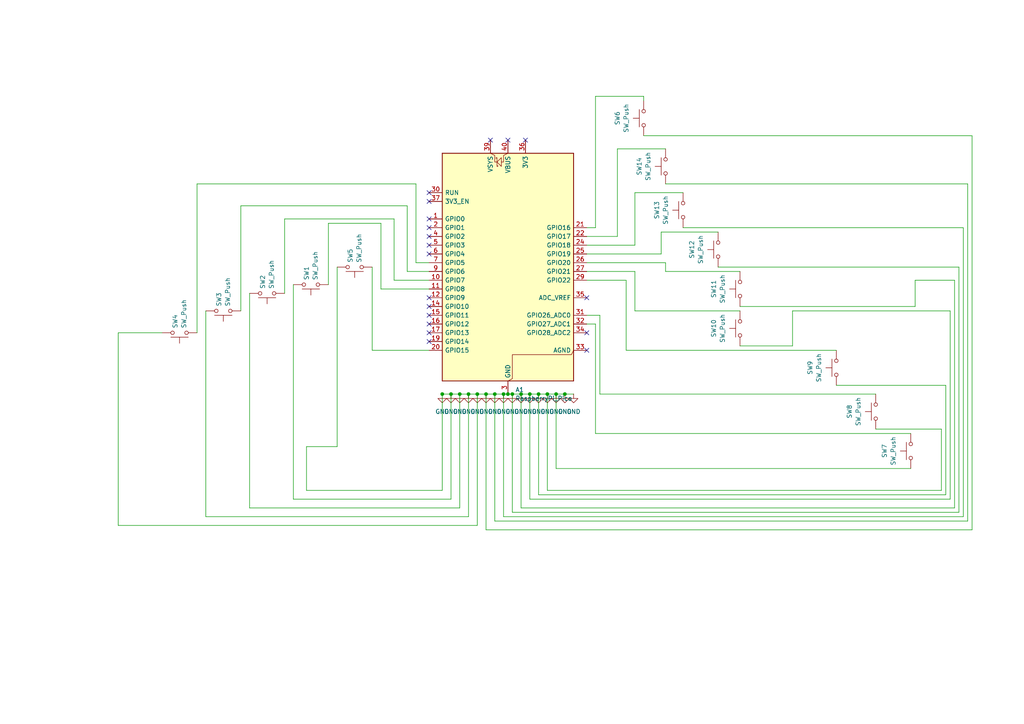
<source format=kicad_sch>
(kicad_sch
	(version 20250114)
	(generator "eeschema")
	(generator_version "9.0")
	(uuid "2259426e-881b-401a-aba9-84a47110b344")
	(paper "A4")
	(lib_symbols
		(symbol "MCU_Module:RaspberryPi_Pico"
			(pin_names
				(offset 0.762)
			)
			(exclude_from_sim no)
			(in_bom yes)
			(on_board yes)
			(property "Reference" "A"
				(at -19.05 35.56 0)
				(effects
					(font
						(size 1.27 1.27)
					)
					(justify left)
				)
			)
			(property "Value" "RaspberryPi_Pico"
				(at 7.62 35.56 0)
				(effects
					(font
						(size 1.27 1.27)
					)
					(justify left)
				)
			)
			(property "Footprint" "Module:RaspberryPi_Pico_Common_Unspecified"
				(at 0 -46.99 0)
				(effects
					(font
						(size 1.27 1.27)
					)
					(hide yes)
				)
			)
			(property "Datasheet" "https://datasheets.raspberrypi.com/pico/pico-datasheet.pdf"
				(at 0 -49.53 0)
				(effects
					(font
						(size 1.27 1.27)
					)
					(hide yes)
				)
			)
			(property "Description" "Versatile and inexpensive microcontroller module powered by RP2040 dual-core Arm Cortex-M0+ processor up to 133 MHz, 264kB SRAM, 2MB QSPI flash; also supports Raspberry Pi Pico 2"
				(at 0 -52.07 0)
				(effects
					(font
						(size 1.27 1.27)
					)
					(hide yes)
				)
			)
			(property "ki_keywords" "RP2350A M33 RISC-V Hazard3 usb"
				(at 0 0 0)
				(effects
					(font
						(size 1.27 1.27)
					)
					(hide yes)
				)
			)
			(property "ki_fp_filters" "RaspberryPi?Pico?Common* RaspberryPi?Pico?SMD*"
				(at 0 0 0)
				(effects
					(font
						(size 1.27 1.27)
					)
					(hide yes)
				)
			)
			(symbol "RaspberryPi_Pico_0_1"
				(rectangle
					(start -19.05 34.29)
					(end 19.05 -31.75)
					(stroke
						(width 0.254)
						(type default)
					)
					(fill
						(type background)
					)
				)
				(polyline
					(pts
						(xy -5.08 34.29) (xy -3.81 33.655) (xy -3.81 31.75) (xy -3.175 31.75)
					)
					(stroke
						(width 0)
						(type default)
					)
					(fill
						(type none)
					)
				)
				(polyline
					(pts
						(xy -3.429 32.766) (xy -3.429 33.02) (xy -3.175 33.02) (xy -3.175 30.48) (xy -2.921 30.48) (xy -2.921 30.734)
					)
					(stroke
						(width 0)
						(type default)
					)
					(fill
						(type none)
					)
				)
				(polyline
					(pts
						(xy -3.175 31.75) (xy -1.905 33.02) (xy -1.905 30.48) (xy -3.175 31.75)
					)
					(stroke
						(width 0)
						(type default)
					)
					(fill
						(type none)
					)
				)
				(polyline
					(pts
						(xy 0 34.29) (xy -1.27 33.655) (xy -1.27 31.75) (xy -1.905 31.75)
					)
					(stroke
						(width 0)
						(type default)
					)
					(fill
						(type none)
					)
				)
				(polyline
					(pts
						(xy 0 -31.75) (xy 1.27 -31.115) (xy 1.27 -24.13) (xy 18.415 -24.13) (xy 19.05 -22.86)
					)
					(stroke
						(width 0)
						(type default)
					)
					(fill
						(type none)
					)
				)
			)
			(symbol "RaspberryPi_Pico_1_1"
				(pin passive line
					(at -22.86 22.86 0)
					(length 3.81)
					(name "RUN"
						(effects
							(font
								(size 1.27 1.27)
							)
						)
					)
					(number "30"
						(effects
							(font
								(size 1.27 1.27)
							)
						)
					)
					(alternate "~{RESET}" passive line)
				)
				(pin passive line
					(at -22.86 20.32 0)
					(length 3.81)
					(name "3V3_EN"
						(effects
							(font
								(size 1.27 1.27)
							)
						)
					)
					(number "37"
						(effects
							(font
								(size 1.27 1.27)
							)
						)
					)
					(alternate "~{3V3_DISABLE}" passive line)
				)
				(pin bidirectional line
					(at -22.86 15.24 0)
					(length 3.81)
					(name "GPIO0"
						(effects
							(font
								(size 1.27 1.27)
							)
						)
					)
					(number "1"
						(effects
							(font
								(size 1.27 1.27)
							)
						)
					)
					(alternate "I2C0_SDA" bidirectional line)
					(alternate "PWM0_A" output line)
					(alternate "SPI0_RX" input line)
					(alternate "UART0_TX" output line)
					(alternate "USB_OVCUR_DET" input line)
				)
				(pin bidirectional line
					(at -22.86 12.7 0)
					(length 3.81)
					(name "GPIO1"
						(effects
							(font
								(size 1.27 1.27)
							)
						)
					)
					(number "2"
						(effects
							(font
								(size 1.27 1.27)
							)
						)
					)
					(alternate "I2C0_SCL" bidirectional clock)
					(alternate "PWM0_B" bidirectional line)
					(alternate "UART0_RX" input line)
					(alternate "USB_VBUS_DET" passive line)
					(alternate "~{SPI0_CSn}" bidirectional line)
				)
				(pin bidirectional line
					(at -22.86 10.16 0)
					(length 3.81)
					(name "GPIO2"
						(effects
							(font
								(size 1.27 1.27)
							)
						)
					)
					(number "4"
						(effects
							(font
								(size 1.27 1.27)
							)
						)
					)
					(alternate "I2C1_SDA" bidirectional line)
					(alternate "PWM1_A" output line)
					(alternate "SPI0_SCK" bidirectional clock)
					(alternate "UART0_CTS" input line)
					(alternate "USB_VBUS_EN" output line)
				)
				(pin bidirectional line
					(at -22.86 7.62 0)
					(length 3.81)
					(name "GPIO3"
						(effects
							(font
								(size 1.27 1.27)
							)
						)
					)
					(number "5"
						(effects
							(font
								(size 1.27 1.27)
							)
						)
					)
					(alternate "I2C1_SCL" bidirectional clock)
					(alternate "PWM1_B" bidirectional line)
					(alternate "SPI0_TX" output line)
					(alternate "UART0_RTS" output line)
					(alternate "USB_OVCUR_DET" input line)
				)
				(pin bidirectional line
					(at -22.86 5.08 0)
					(length 3.81)
					(name "GPIO4"
						(effects
							(font
								(size 1.27 1.27)
							)
						)
					)
					(number "6"
						(effects
							(font
								(size 1.27 1.27)
							)
						)
					)
					(alternate "I2C0_SDA" bidirectional line)
					(alternate "PWM2_A" output line)
					(alternate "SPI0_RX" input line)
					(alternate "UART1_TX" output line)
					(alternate "USB_VBUS_DET" input line)
				)
				(pin bidirectional line
					(at -22.86 2.54 0)
					(length 3.81)
					(name "GPIO5"
						(effects
							(font
								(size 1.27 1.27)
							)
						)
					)
					(number "7"
						(effects
							(font
								(size 1.27 1.27)
							)
						)
					)
					(alternate "I2C0_SCL" bidirectional clock)
					(alternate "PWM2_B" bidirectional line)
					(alternate "UART1_RX" input line)
					(alternate "USB_VBUS_EN" output line)
					(alternate "~{SPI0_CSn}" bidirectional line)
				)
				(pin bidirectional line
					(at -22.86 0 0)
					(length 3.81)
					(name "GPIO6"
						(effects
							(font
								(size 1.27 1.27)
							)
						)
					)
					(number "9"
						(effects
							(font
								(size 1.27 1.27)
							)
						)
					)
					(alternate "I2C1_SDA" bidirectional line)
					(alternate "PWM3_A" output line)
					(alternate "SPI0_SCK" bidirectional clock)
					(alternate "UART1_CTS" input line)
					(alternate "USB_OVCUR_DET" input line)
				)
				(pin bidirectional line
					(at -22.86 -2.54 0)
					(length 3.81)
					(name "GPIO7"
						(effects
							(font
								(size 1.27 1.27)
							)
						)
					)
					(number "10"
						(effects
							(font
								(size 1.27 1.27)
							)
						)
					)
					(alternate "I2C1_SCL" bidirectional clock)
					(alternate "PWM3_B" bidirectional line)
					(alternate "SPI0_TX" output line)
					(alternate "UART1_RTS" output line)
					(alternate "USB_VBUS_DET" input line)
				)
				(pin bidirectional line
					(at -22.86 -5.08 0)
					(length 3.81)
					(name "GPIO8"
						(effects
							(font
								(size 1.27 1.27)
							)
						)
					)
					(number "11"
						(effects
							(font
								(size 1.27 1.27)
							)
						)
					)
					(alternate "I2C0_SDA" bidirectional line)
					(alternate "PWM4_A" output line)
					(alternate "SPI1_RX" input line)
					(alternate "UART1_TX" output line)
					(alternate "USB_VBUS_EN" output line)
				)
				(pin bidirectional line
					(at -22.86 -7.62 0)
					(length 3.81)
					(name "GPIO9"
						(effects
							(font
								(size 1.27 1.27)
							)
						)
					)
					(number "12"
						(effects
							(font
								(size 1.27 1.27)
							)
						)
					)
					(alternate "I2C0_SCL" bidirectional clock)
					(alternate "PWM4_B" bidirectional line)
					(alternate "UART1_RX" input line)
					(alternate "USB_OVCUR_DET" input line)
					(alternate "~{SPI1_CSn}" bidirectional line)
				)
				(pin bidirectional line
					(at -22.86 -10.16 0)
					(length 3.81)
					(name "GPIO10"
						(effects
							(font
								(size 1.27 1.27)
							)
						)
					)
					(number "14"
						(effects
							(font
								(size 1.27 1.27)
							)
						)
					)
					(alternate "I2C1_SDA" bidirectional line)
					(alternate "PWM5_A" output line)
					(alternate "SPI1_SCK" bidirectional clock)
					(alternate "UART1_CTS" input line)
					(alternate "USB_VBUS_DET" input line)
				)
				(pin bidirectional line
					(at -22.86 -12.7 0)
					(length 3.81)
					(name "GPIO11"
						(effects
							(font
								(size 1.27 1.27)
							)
						)
					)
					(number "15"
						(effects
							(font
								(size 1.27 1.27)
							)
						)
					)
					(alternate "I2C1_SCL" bidirectional clock)
					(alternate "PWM5_B" bidirectional line)
					(alternate "SPI1_TX" output line)
					(alternate "UART1_RTS" output line)
					(alternate "USB_VBUS_EN" output line)
				)
				(pin bidirectional line
					(at -22.86 -15.24 0)
					(length 3.81)
					(name "GPIO12"
						(effects
							(font
								(size 1.27 1.27)
							)
						)
					)
					(number "16"
						(effects
							(font
								(size 1.27 1.27)
							)
						)
					)
					(alternate "I2C0_SDA" bidirectional line)
					(alternate "PWM6_A" output line)
					(alternate "SPI1_RX" input line)
					(alternate "UART0_TX" output line)
					(alternate "USB_OVCUR_DET" input line)
				)
				(pin bidirectional line
					(at -22.86 -17.78 0)
					(length 3.81)
					(name "GPIO13"
						(effects
							(font
								(size 1.27 1.27)
							)
						)
					)
					(number "17"
						(effects
							(font
								(size 1.27 1.27)
							)
						)
					)
					(alternate "I2C0_SCL" bidirectional clock)
					(alternate "PWM6_B" bidirectional line)
					(alternate "UART0_RX" input line)
					(alternate "USB_VBUS_DET" input line)
					(alternate "~{SPI1_CSn}" bidirectional line)
				)
				(pin bidirectional line
					(at -22.86 -20.32 0)
					(length 3.81)
					(name "GPIO14"
						(effects
							(font
								(size 1.27 1.27)
							)
						)
					)
					(number "19"
						(effects
							(font
								(size 1.27 1.27)
							)
						)
					)
					(alternate "I2C1_SDA" bidirectional line)
					(alternate "PWM7_A" output line)
					(alternate "SPI1_SCK" bidirectional clock)
					(alternate "UART0_CTS" input line)
					(alternate "USB_VBUS_EN" output line)
				)
				(pin bidirectional line
					(at -22.86 -22.86 0)
					(length 3.81)
					(name "GPIO15"
						(effects
							(font
								(size 1.27 1.27)
							)
						)
					)
					(number "20"
						(effects
							(font
								(size 1.27 1.27)
							)
						)
					)
					(alternate "I2C1_SCL" bidirectional clock)
					(alternate "PWM7_B" bidirectional line)
					(alternate "SPI1_TX" output line)
					(alternate "UART0_RTS" output line)
					(alternate "USB_OVCUR_DET" input line)
				)
				(pin power_in line
					(at -5.08 38.1 270)
					(length 3.81)
					(name "VSYS"
						(effects
							(font
								(size 1.27 1.27)
							)
						)
					)
					(number "39"
						(effects
							(font
								(size 1.27 1.27)
							)
						)
					)
					(alternate "VSYS_OUT" power_out line)
				)
				(pin power_out line
					(at 0 38.1 270)
					(length 3.81)
					(name "VBUS"
						(effects
							(font
								(size 1.27 1.27)
							)
						)
					)
					(number "40"
						(effects
							(font
								(size 1.27 1.27)
							)
						)
					)
					(alternate "VBUS_IN" power_in line)
				)
				(pin passive line
					(at 0 -35.56 90)
					(length 3.81)
					(hide yes)
					(name "GND"
						(effects
							(font
								(size 1.27 1.27)
							)
						)
					)
					(number "13"
						(effects
							(font
								(size 1.27 1.27)
							)
						)
					)
				)
				(pin passive line
					(at 0 -35.56 90)
					(length 3.81)
					(hide yes)
					(name "GND"
						(effects
							(font
								(size 1.27 1.27)
							)
						)
					)
					(number "18"
						(effects
							(font
								(size 1.27 1.27)
							)
						)
					)
				)
				(pin passive line
					(at 0 -35.56 90)
					(length 3.81)
					(hide yes)
					(name "GND"
						(effects
							(font
								(size 1.27 1.27)
							)
						)
					)
					(number "23"
						(effects
							(font
								(size 1.27 1.27)
							)
						)
					)
				)
				(pin passive line
					(at 0 -35.56 90)
					(length 3.81)
					(hide yes)
					(name "GND"
						(effects
							(font
								(size 1.27 1.27)
							)
						)
					)
					(number "28"
						(effects
							(font
								(size 1.27 1.27)
							)
						)
					)
				)
				(pin power_out line
					(at 0 -35.56 90)
					(length 3.81)
					(name "GND"
						(effects
							(font
								(size 1.27 1.27)
							)
						)
					)
					(number "3"
						(effects
							(font
								(size 1.27 1.27)
							)
						)
					)
					(alternate "GND_IN" power_in line)
				)
				(pin passive line
					(at 0 -35.56 90)
					(length 3.81)
					(hide yes)
					(name "GND"
						(effects
							(font
								(size 1.27 1.27)
							)
						)
					)
					(number "38"
						(effects
							(font
								(size 1.27 1.27)
							)
						)
					)
				)
				(pin passive line
					(at 0 -35.56 90)
					(length 3.81)
					(hide yes)
					(name "GND"
						(effects
							(font
								(size 1.27 1.27)
							)
						)
					)
					(number "8"
						(effects
							(font
								(size 1.27 1.27)
							)
						)
					)
				)
				(pin power_out line
					(at 5.08 38.1 270)
					(length 3.81)
					(name "3V3"
						(effects
							(font
								(size 1.27 1.27)
							)
						)
					)
					(number "36"
						(effects
							(font
								(size 1.27 1.27)
							)
						)
					)
				)
				(pin bidirectional line
					(at 22.86 12.7 180)
					(length 3.81)
					(name "GPIO16"
						(effects
							(font
								(size 1.27 1.27)
							)
						)
					)
					(number "21"
						(effects
							(font
								(size 1.27 1.27)
							)
						)
					)
					(alternate "I2C0_SDA" bidirectional line)
					(alternate "PWM0_A" output line)
					(alternate "SPI0_RX" input line)
					(alternate "UART0_TX" output line)
					(alternate "USB_VBUS_DET" input line)
				)
				(pin bidirectional line
					(at 22.86 10.16 180)
					(length 3.81)
					(name "GPIO17"
						(effects
							(font
								(size 1.27 1.27)
							)
						)
					)
					(number "22"
						(effects
							(font
								(size 1.27 1.27)
							)
						)
					)
					(alternate "I2C0_SCL" bidirectional clock)
					(alternate "PWM0_B" bidirectional line)
					(alternate "UART0_RX" input line)
					(alternate "USB_VBUS_EN" output line)
					(alternate "~{SPI0_CSn}" bidirectional line)
				)
				(pin bidirectional line
					(at 22.86 7.62 180)
					(length 3.81)
					(name "GPIO18"
						(effects
							(font
								(size 1.27 1.27)
							)
						)
					)
					(number "24"
						(effects
							(font
								(size 1.27 1.27)
							)
						)
					)
					(alternate "I2C1_SDA" bidirectional line)
					(alternate "PWM1_A" output line)
					(alternate "SPI0_SCK" bidirectional clock)
					(alternate "UART0_CTS" input line)
					(alternate "USB_OVCUR_DET" input line)
				)
				(pin bidirectional line
					(at 22.86 5.08 180)
					(length 3.81)
					(name "GPIO19"
						(effects
							(font
								(size 1.27 1.27)
							)
						)
					)
					(number "25"
						(effects
							(font
								(size 1.27 1.27)
							)
						)
					)
					(alternate "I2C1_SCL" bidirectional clock)
					(alternate "PWM1_B" bidirectional line)
					(alternate "SPI0_TX" output line)
					(alternate "UART0_RTS" output line)
					(alternate "USB_VBUS_DET" input line)
				)
				(pin bidirectional line
					(at 22.86 2.54 180)
					(length 3.81)
					(name "GPIO20"
						(effects
							(font
								(size 1.27 1.27)
							)
						)
					)
					(number "26"
						(effects
							(font
								(size 1.27 1.27)
							)
						)
					)
					(alternate "CLOCK_GPIN0" input clock)
					(alternate "I2C0_SDA" bidirectional line)
					(alternate "PWM2_A" output line)
					(alternate "SPI0_RX" input line)
					(alternate "UART1_TX" output line)
					(alternate "USB_VBUS_EN" output line)
				)
				(pin bidirectional line
					(at 22.86 0 180)
					(length 3.81)
					(name "GPIO21"
						(effects
							(font
								(size 1.27 1.27)
							)
						)
					)
					(number "27"
						(effects
							(font
								(size 1.27 1.27)
							)
						)
					)
					(alternate "CLOCK_GPOUT0" output clock)
					(alternate "I2C0_SCL" bidirectional clock)
					(alternate "PWM2_B" bidirectional line)
					(alternate "UART1_RX" input line)
					(alternate "USB_OVCUR_DET" input line)
					(alternate "~{SPI0_CSn}" bidirectional line)
				)
				(pin bidirectional line
					(at 22.86 -2.54 180)
					(length 3.81)
					(name "GPIO22"
						(effects
							(font
								(size 1.27 1.27)
							)
						)
					)
					(number "29"
						(effects
							(font
								(size 1.27 1.27)
							)
						)
					)
					(alternate "CLOCK_GPIN1" input clock)
					(alternate "I2C1_SDA" bidirectional line)
					(alternate "PWM3_A" output line)
					(alternate "SPI0_SCK" bidirectional clock)
					(alternate "UART1_CTS" input line)
					(alternate "USB_VBUS_DET" input line)
				)
				(pin power_in line
					(at 22.86 -7.62 180)
					(length 3.81)
					(name "ADC_VREF"
						(effects
							(font
								(size 1.27 1.27)
							)
						)
					)
					(number "35"
						(effects
							(font
								(size 1.27 1.27)
							)
						)
					)
				)
				(pin bidirectional line
					(at 22.86 -12.7 180)
					(length 3.81)
					(name "GPIO26_ADC0"
						(effects
							(font
								(size 1.27 1.27)
							)
						)
					)
					(number "31"
						(effects
							(font
								(size 1.27 1.27)
							)
						)
					)
					(alternate "ADC0" input line)
					(alternate "GPIO26" bidirectional line)
					(alternate "I2C1_SDA" bidirectional line)
					(alternate "PWM5_A" output line)
					(alternate "SPI1_SCK" bidirectional clock)
					(alternate "UART1_CTS" input line)
					(alternate "USB_VBUS_EN" output line)
				)
				(pin bidirectional line
					(at 22.86 -15.24 180)
					(length 3.81)
					(name "GPIO27_ADC1"
						(effects
							(font
								(size 1.27 1.27)
							)
						)
					)
					(number "32"
						(effects
							(font
								(size 1.27 1.27)
							)
						)
					)
					(alternate "ADC1" input line)
					(alternate "GPIO27" bidirectional line)
					(alternate "I2C1_SCL" bidirectional clock)
					(alternate "PWM5_B" bidirectional line)
					(alternate "SPI1_TX" output line)
					(alternate "UART1_RTS" output line)
					(alternate "USB_OVCUR_DET" input line)
				)
				(pin bidirectional line
					(at 22.86 -17.78 180)
					(length 3.81)
					(name "GPIO28_ADC2"
						(effects
							(font
								(size 1.27 1.27)
							)
						)
					)
					(number "34"
						(effects
							(font
								(size 1.27 1.27)
							)
						)
					)
					(alternate "ADC2" input line)
					(alternate "GPIO28" bidirectional line)
					(alternate "I2C0_SDA" bidirectional line)
					(alternate "PWM6_A" output line)
					(alternate "SPI1_RX" input line)
					(alternate "UART0_TX" output line)
					(alternate "USB_VBUS_DET" input line)
				)
				(pin power_out line
					(at 22.86 -22.86 180)
					(length 3.81)
					(name "AGND"
						(effects
							(font
								(size 1.27 1.27)
							)
						)
					)
					(number "33"
						(effects
							(font
								(size 1.27 1.27)
							)
						)
					)
					(alternate "GND" passive line)
				)
			)
			(embedded_fonts no)
		)
		(symbol "Switch:SW_Push"
			(pin_numbers
				(hide yes)
			)
			(pin_names
				(offset 1.016)
				(hide yes)
			)
			(exclude_from_sim no)
			(in_bom yes)
			(on_board yes)
			(property "Reference" "SW"
				(at 1.27 2.54 0)
				(effects
					(font
						(size 1.27 1.27)
					)
					(justify left)
				)
			)
			(property "Value" "SW_Push"
				(at 0 -1.524 0)
				(effects
					(font
						(size 1.27 1.27)
					)
				)
			)
			(property "Footprint" ""
				(at 0 5.08 0)
				(effects
					(font
						(size 1.27 1.27)
					)
					(hide yes)
				)
			)
			(property "Datasheet" "~"
				(at 0 5.08 0)
				(effects
					(font
						(size 1.27 1.27)
					)
					(hide yes)
				)
			)
			(property "Description" "Push button switch, generic, two pins"
				(at 0 0 0)
				(effects
					(font
						(size 1.27 1.27)
					)
					(hide yes)
				)
			)
			(property "ki_keywords" "switch normally-open pushbutton push-button"
				(at 0 0 0)
				(effects
					(font
						(size 1.27 1.27)
					)
					(hide yes)
				)
			)
			(symbol "SW_Push_0_1"
				(circle
					(center -2.032 0)
					(radius 0.508)
					(stroke
						(width 0)
						(type default)
					)
					(fill
						(type none)
					)
				)
				(polyline
					(pts
						(xy 0 1.27) (xy 0 3.048)
					)
					(stroke
						(width 0)
						(type default)
					)
					(fill
						(type none)
					)
				)
				(circle
					(center 2.032 0)
					(radius 0.508)
					(stroke
						(width 0)
						(type default)
					)
					(fill
						(type none)
					)
				)
				(polyline
					(pts
						(xy 2.54 1.27) (xy -2.54 1.27)
					)
					(stroke
						(width 0)
						(type default)
					)
					(fill
						(type none)
					)
				)
				(pin passive line
					(at -5.08 0 0)
					(length 2.54)
					(name "1"
						(effects
							(font
								(size 1.27 1.27)
							)
						)
					)
					(number "1"
						(effects
							(font
								(size 1.27 1.27)
							)
						)
					)
				)
				(pin passive line
					(at 5.08 0 180)
					(length 2.54)
					(name "2"
						(effects
							(font
								(size 1.27 1.27)
							)
						)
					)
					(number "2"
						(effects
							(font
								(size 1.27 1.27)
							)
						)
					)
				)
			)
			(embedded_fonts no)
		)
		(symbol "power:GND"
			(power)
			(pin_numbers
				(hide yes)
			)
			(pin_names
				(offset 0)
				(hide yes)
			)
			(exclude_from_sim no)
			(in_bom yes)
			(on_board yes)
			(property "Reference" "#PWR"
				(at 0 -6.35 0)
				(effects
					(font
						(size 1.27 1.27)
					)
					(hide yes)
				)
			)
			(property "Value" "GND"
				(at 0 -3.81 0)
				(effects
					(font
						(size 1.27 1.27)
					)
				)
			)
			(property "Footprint" ""
				(at 0 0 0)
				(effects
					(font
						(size 1.27 1.27)
					)
					(hide yes)
				)
			)
			(property "Datasheet" ""
				(at 0 0 0)
				(effects
					(font
						(size 1.27 1.27)
					)
					(hide yes)
				)
			)
			(property "Description" "Power symbol creates a global label with name \"GND\" , ground"
				(at 0 0 0)
				(effects
					(font
						(size 1.27 1.27)
					)
					(hide yes)
				)
			)
			(property "ki_keywords" "global power"
				(at 0 0 0)
				(effects
					(font
						(size 1.27 1.27)
					)
					(hide yes)
				)
			)
			(symbol "GND_0_1"
				(polyline
					(pts
						(xy 0 0) (xy 0 -1.27) (xy 1.27 -1.27) (xy 0 -2.54) (xy -1.27 -1.27) (xy 0 -1.27)
					)
					(stroke
						(width 0)
						(type default)
					)
					(fill
						(type none)
					)
				)
			)
			(symbol "GND_1_1"
				(pin power_in line
					(at 0 0 270)
					(length 0)
					(name "~"
						(effects
							(font
								(size 1.27 1.27)
							)
						)
					)
					(number "1"
						(effects
							(font
								(size 1.27 1.27)
							)
						)
					)
				)
			)
			(embedded_fonts no)
		)
	)
	(junction
		(at 140.97 114.3)
		(diameter 0)
		(color 0 0 0 0)
		(uuid "13d7d7fd-38a4-4804-a729-8df7d5095c02")
	)
	(junction
		(at 128.27 114.3)
		(diameter 0)
		(color 0 0 0 0)
		(uuid "160647ee-ebb8-4205-b66a-40c1d1764db2")
	)
	(junction
		(at 135.89 114.3)
		(diameter 0)
		(color 0 0 0 0)
		(uuid "346b990b-b3c8-4f2f-a20f-938cef460730")
	)
	(junction
		(at 147.32 114.3)
		(diameter 0)
		(color 0 0 0 0)
		(uuid "44cb0155-f663-4231-86d6-2e1d9f56e847")
	)
	(junction
		(at 151.13 114.3)
		(diameter 0)
		(color 0 0 0 0)
		(uuid "478fd200-ddf5-46ed-bae8-68a84bbce3db")
	)
	(junction
		(at 146.05 114.3)
		(diameter 0)
		(color 0 0 0 0)
		(uuid "49f86092-2802-4b78-98fc-79354070cdaf")
	)
	(junction
		(at 138.43 114.3)
		(diameter 0)
		(color 0 0 0 0)
		(uuid "53abeee3-9594-4295-ba22-c255a6763e45")
	)
	(junction
		(at 153.67 114.3)
		(diameter 0)
		(color 0 0 0 0)
		(uuid "625a6554-cbb6-4070-a64c-fdf7f8d8322d")
	)
	(junction
		(at 133.35 114.3)
		(diameter 0)
		(color 0 0 0 0)
		(uuid "6d0318d7-c74e-41d4-a624-659da7ac3096")
	)
	(junction
		(at 161.29 114.3)
		(diameter 0)
		(color 0 0 0 0)
		(uuid "785a84dc-c593-473d-b8fa-c5893bbf51e7")
	)
	(junction
		(at 158.75 114.3)
		(diameter 0)
		(color 0 0 0 0)
		(uuid "a81b9ebd-520c-4471-8670-9e951f6f7527")
	)
	(junction
		(at 163.83 114.3)
		(diameter 0)
		(color 0 0 0 0)
		(uuid "c42fa1c4-3493-4cc6-92e0-8e3a20bae392")
	)
	(junction
		(at 156.21 114.3)
		(diameter 0)
		(color 0 0 0 0)
		(uuid "cc768e46-7e37-4f4b-aaac-17972c0f7500")
	)
	(junction
		(at 143.51 114.3)
		(diameter 0)
		(color 0 0 0 0)
		(uuid "d73d4242-62ce-414f-b973-55f529989d01")
	)
	(junction
		(at 130.81 114.3)
		(diameter 0)
		(color 0 0 0 0)
		(uuid "f05dc5ef-f49a-45be-bd22-395fd0e0d9d9")
	)
	(junction
		(at 148.59 114.3)
		(diameter 0)
		(color 0 0 0 0)
		(uuid "f11b5ce2-ee3d-4398-be38-e53b67a8b7e8")
	)
	(no_connect
		(at 124.46 55.88)
		(uuid "0b75cac5-1de5-43fb-a9b5-689956768f8f")
	)
	(no_connect
		(at 124.46 93.98)
		(uuid "137e6711-1159-4fda-bc41-39b12d7b4e04")
	)
	(no_connect
		(at 124.46 73.66)
		(uuid "29740f12-ef99-42bd-bb3b-2aa75f102bae")
	)
	(no_connect
		(at 170.18 86.36)
		(uuid "2bb9cad5-d081-4a35-a782-8b9d34c95a2f")
	)
	(no_connect
		(at 124.46 66.04)
		(uuid "364cd8a0-4d8c-444c-913e-dcc072c3816c")
	)
	(no_connect
		(at 124.46 99.06)
		(uuid "3c6a4c04-c19e-4825-b2fb-697250435cb0")
	)
	(no_connect
		(at 124.46 88.9)
		(uuid "5cac9143-b5ad-4c44-a9ad-e1ecd67d2467")
	)
	(no_connect
		(at 142.24 40.64)
		(uuid "685f8cad-f390-4d16-ad9c-882cf336cbef")
	)
	(no_connect
		(at 124.46 91.44)
		(uuid "6a733795-5f9a-4f23-a445-116365647d4d")
	)
	(no_connect
		(at 124.46 71.12)
		(uuid "6cd03450-7e1b-4d1c-b17e-b51f9e271e2d")
	)
	(no_connect
		(at 124.46 63.5)
		(uuid "80b3adef-6481-49e8-a496-71474a989ee0")
	)
	(no_connect
		(at 147.32 40.64)
		(uuid "83d8e9b3-548a-4a5c-a774-77753a887110")
	)
	(no_connect
		(at 124.46 68.58)
		(uuid "876d1880-1b31-4ef6-9017-19f1ac025f60")
	)
	(no_connect
		(at 170.18 96.52)
		(uuid "9ea5ac49-453f-4842-9e14-7d4f9133ee7e")
	)
	(no_connect
		(at 124.46 58.42)
		(uuid "a699732b-fd15-43c8-82ed-8537371ec834")
	)
	(no_connect
		(at 170.18 101.6)
		(uuid "b11fdf08-e6f9-4990-ab93-21c72f4d84af")
	)
	(no_connect
		(at 124.46 96.52)
		(uuid "c496bf59-e4f3-4acb-8e96-431a6fe7d4b9")
	)
	(no_connect
		(at 152.4 40.64)
		(uuid "d7bae804-7079-4961-a7b0-e13c685b2fac")
	)
	(no_connect
		(at 124.46 86.36)
		(uuid "e8ab3197-09a8-4d4d-96a7-bb2bd280ffb1")
	)
	(wire
		(pts
			(xy 181.61 81.28) (xy 181.61 101.6)
		)
		(stroke
			(width 0)
			(type default)
		)
		(uuid "036dc72a-1071-4e30-b58b-d482825e2cd1")
	)
	(wire
		(pts
			(xy 156.21 114.3) (xy 158.75 114.3)
		)
		(stroke
			(width 0)
			(type default)
		)
		(uuid "0610af79-0458-453a-b8dc-7e0b3c6f2acb")
	)
	(wire
		(pts
			(xy 57.15 53.34) (xy 57.15 96.52)
		)
		(stroke
			(width 0)
			(type default)
		)
		(uuid "0650bf65-8e9a-4a38-b420-d6b68de45688")
	)
	(wire
		(pts
			(xy 278.13 77.47) (xy 278.13 148.59)
		)
		(stroke
			(width 0)
			(type default)
		)
		(uuid "0a2a3734-0ce2-4a40-88c8-a16c26a3067d")
	)
	(wire
		(pts
			(xy 170.18 78.74) (xy 184.15 78.74)
		)
		(stroke
			(width 0)
			(type default)
		)
		(uuid "0a324b51-e876-4d2c-9519-058e8199f829")
	)
	(wire
		(pts
			(xy 191.77 73.66) (xy 191.77 67.31)
		)
		(stroke
			(width 0)
			(type default)
		)
		(uuid "0afdc740-315d-4794-b3d9-ede4f169053c")
	)
	(wire
		(pts
			(xy 229.87 90.17) (xy 275.59 90.17)
		)
		(stroke
			(width 0)
			(type default)
		)
		(uuid "0bfe0139-8746-40c4-bc81-791219087644")
	)
	(wire
		(pts
			(xy 140.97 114.3) (xy 143.51 114.3)
		)
		(stroke
			(width 0)
			(type default)
		)
		(uuid "10e5707e-e5ec-4074-85ea-31ed12c0790f")
	)
	(wire
		(pts
			(xy 281.94 39.37) (xy 281.94 153.67)
		)
		(stroke
			(width 0)
			(type default)
		)
		(uuid "1640d29d-5b04-44d6-acb3-a789667076df")
	)
	(wire
		(pts
			(xy 46.99 96.52) (xy 34.29 96.52)
		)
		(stroke
			(width 0)
			(type default)
		)
		(uuid "20c7d17a-64d9-466c-805e-915cf81c5f81")
	)
	(wire
		(pts
			(xy 184.15 55.88) (xy 198.12 55.88)
		)
		(stroke
			(width 0)
			(type default)
		)
		(uuid "20ea61dc-5a9a-42dc-bfbe-23c98681ca02")
	)
	(wire
		(pts
			(xy 275.59 144.78) (xy 153.67 144.78)
		)
		(stroke
			(width 0)
			(type default)
		)
		(uuid "24990e69-ebd0-438f-82c1-dfb1c70e66c5")
	)
	(wire
		(pts
			(xy 275.59 90.17) (xy 275.59 144.78)
		)
		(stroke
			(width 0)
			(type default)
		)
		(uuid "24e231f5-753d-46be-ac3d-8ed671c16bcb")
	)
	(wire
		(pts
			(xy 184.15 71.12) (xy 184.15 55.88)
		)
		(stroke
			(width 0)
			(type default)
		)
		(uuid "2a9a5fa7-bce7-4aa5-964f-eed0821bf420")
	)
	(wire
		(pts
			(xy 280.67 53.34) (xy 280.67 151.13)
		)
		(stroke
			(width 0)
			(type default)
		)
		(uuid "2d0fd6f3-0dec-4deb-a680-074a60d47e94")
	)
	(wire
		(pts
			(xy 179.07 43.18) (xy 193.04 43.18)
		)
		(stroke
			(width 0)
			(type default)
		)
		(uuid "2e96adcd-79c5-4391-a152-8a633d262111")
	)
	(wire
		(pts
			(xy 95.25 64.77) (xy 95.25 82.55)
		)
		(stroke
			(width 0)
			(type default)
		)
		(uuid "32fbbec6-eec2-4650-b11c-26c13b96f50b")
	)
	(wire
		(pts
			(xy 170.18 71.12) (xy 184.15 71.12)
		)
		(stroke
			(width 0)
			(type default)
		)
		(uuid "332df242-729b-4dd6-94b2-b1ff70e6507c")
	)
	(wire
		(pts
			(xy 161.29 135.89) (xy 264.16 135.89)
		)
		(stroke
			(width 0)
			(type default)
		)
		(uuid "34ce008b-c981-4cfc-ae69-1a3e783b5f21")
	)
	(wire
		(pts
			(xy 170.18 66.04) (xy 172.72 66.04)
		)
		(stroke
			(width 0)
			(type default)
		)
		(uuid "379bf257-200b-45f3-90d0-06ab2f040d45")
	)
	(wire
		(pts
			(xy 281.94 153.67) (xy 140.97 153.67)
		)
		(stroke
			(width 0)
			(type default)
		)
		(uuid "3842349b-b7be-4ecf-9c59-38ff19f3cf28")
	)
	(wire
		(pts
			(xy 133.35 147.32) (xy 133.35 114.3)
		)
		(stroke
			(width 0)
			(type default)
		)
		(uuid "39b4ebb4-a95b-4b82-806c-c5b8de521d2c")
	)
	(wire
		(pts
			(xy 110.49 64.77) (xy 95.25 64.77)
		)
		(stroke
			(width 0)
			(type default)
		)
		(uuid "3a80ed26-2d20-4130-a645-b52b46e317ba")
	)
	(wire
		(pts
			(xy 186.69 39.37) (xy 281.94 39.37)
		)
		(stroke
			(width 0)
			(type default)
		)
		(uuid "3cdac86a-5ee5-49ee-8782-6b9f0f60cffb")
	)
	(wire
		(pts
			(xy 72.39 85.09) (xy 72.39 147.32)
		)
		(stroke
			(width 0)
			(type default)
		)
		(uuid "3f959ae7-f5d0-404e-8468-6535290a278b")
	)
	(wire
		(pts
			(xy 254 124.46) (xy 273.05 124.46)
		)
		(stroke
			(width 0)
			(type default)
		)
		(uuid "3fd1a70f-7838-43a1-819b-895c41d00aea")
	)
	(wire
		(pts
			(xy 172.72 125.73) (xy 264.16 125.73)
		)
		(stroke
			(width 0)
			(type default)
		)
		(uuid "41df6275-a1da-43b5-b997-f531778c814f")
	)
	(wire
		(pts
			(xy 88.9 129.54) (xy 88.9 142.24)
		)
		(stroke
			(width 0)
			(type default)
		)
		(uuid "448ea2c0-5ecf-4ea0-b2da-c4248708b65b")
	)
	(wire
		(pts
			(xy 173.99 91.44) (xy 173.99 114.3)
		)
		(stroke
			(width 0)
			(type default)
		)
		(uuid "455dc3b8-780f-4708-8478-acce2fea2b6e")
	)
	(wire
		(pts
			(xy 161.29 135.89) (xy 161.29 114.3)
		)
		(stroke
			(width 0)
			(type default)
		)
		(uuid "4639fa8a-ed35-4794-a604-6e87859f9c5f")
	)
	(wire
		(pts
			(xy 158.75 114.3) (xy 161.29 114.3)
		)
		(stroke
			(width 0)
			(type default)
		)
		(uuid "49d0c73a-b631-4a30-8be1-9586778c7d50")
	)
	(wire
		(pts
			(xy 170.18 76.2) (xy 193.04 76.2)
		)
		(stroke
			(width 0)
			(type default)
		)
		(uuid "4a22574a-4299-41dd-bb7a-ef95c2f82812")
	)
	(wire
		(pts
			(xy 278.13 148.59) (xy 148.59 148.59)
		)
		(stroke
			(width 0)
			(type default)
		)
		(uuid "4afec703-f8f0-4bd6-95a2-68bca8980660")
	)
	(wire
		(pts
			(xy 146.05 114.3) (xy 147.32 114.3)
		)
		(stroke
			(width 0)
			(type default)
		)
		(uuid "4d8e9361-21c1-4648-9b40-b5df4be09ca9")
	)
	(wire
		(pts
			(xy 57.15 53.34) (xy 120.65 53.34)
		)
		(stroke
			(width 0)
			(type default)
		)
		(uuid "4dfd2cba-de26-4d55-b74f-b4ee87b153c0")
	)
	(wire
		(pts
			(xy 158.75 142.24) (xy 158.75 114.3)
		)
		(stroke
			(width 0)
			(type default)
		)
		(uuid "4fe6e0ef-1726-4454-a35a-c24d23035a12")
	)
	(wire
		(pts
			(xy 163.83 114.3) (xy 166.37 114.3)
		)
		(stroke
			(width 0)
			(type default)
		)
		(uuid "536b31ce-a987-49e2-921d-25166579a8e6")
	)
	(wire
		(pts
			(xy 138.43 114.3) (xy 140.97 114.3)
		)
		(stroke
			(width 0)
			(type default)
		)
		(uuid "55d02721-ec75-4882-9d40-3cc1d0971d62")
	)
	(wire
		(pts
			(xy 130.81 114.3) (xy 130.81 144.78)
		)
		(stroke
			(width 0)
			(type default)
		)
		(uuid "5808aee0-7f90-4d61-853c-e5662b1d0367")
	)
	(wire
		(pts
			(xy 151.13 114.3) (xy 153.67 114.3)
		)
		(stroke
			(width 0)
			(type default)
		)
		(uuid "59f4a302-e658-4f74-9c74-643e90e4cf05")
	)
	(wire
		(pts
			(xy 184.15 78.74) (xy 184.15 90.17)
		)
		(stroke
			(width 0)
			(type default)
		)
		(uuid "5c2293ec-9acc-42cc-9a3a-68390fa41898")
	)
	(wire
		(pts
			(xy 274.32 111.76) (xy 274.32 143.51)
		)
		(stroke
			(width 0)
			(type default)
		)
		(uuid "5c764b4a-e574-4b6d-a08c-adc6360d5e5a")
	)
	(wire
		(pts
			(xy 280.67 151.13) (xy 143.51 151.13)
		)
		(stroke
			(width 0)
			(type default)
		)
		(uuid "5e080760-9698-4a56-9851-940ed71a9826")
	)
	(wire
		(pts
			(xy 146.05 149.86) (xy 146.05 114.3)
		)
		(stroke
			(width 0)
			(type default)
		)
		(uuid "5e613562-1304-4005-b5bc-e058981b0a73")
	)
	(wire
		(pts
			(xy 107.95 101.6) (xy 124.46 101.6)
		)
		(stroke
			(width 0)
			(type default)
		)
		(uuid "606de91c-824b-4509-b8d1-68a3d3c278aa")
	)
	(wire
		(pts
			(xy 274.32 143.51) (xy 156.21 143.51)
		)
		(stroke
			(width 0)
			(type default)
		)
		(uuid "6406eb95-05ee-4678-b4e6-911d532a7714")
	)
	(wire
		(pts
			(xy 114.3 81.28) (xy 114.3 63.5)
		)
		(stroke
			(width 0)
			(type default)
		)
		(uuid "653d9be7-1be0-43b0-8f2b-7f8bb1951fb1")
	)
	(wire
		(pts
			(xy 69.85 59.69) (xy 69.85 90.17)
		)
		(stroke
			(width 0)
			(type default)
		)
		(uuid "67dc5632-3d74-4f8d-9701-84f44080d8b5")
	)
	(wire
		(pts
			(xy 172.72 66.04) (xy 172.72 27.94)
		)
		(stroke
			(width 0)
			(type default)
		)
		(uuid "6ab55d46-3763-479b-ac96-1c2ca7c04392")
	)
	(wire
		(pts
			(xy 143.51 114.3) (xy 146.05 114.3)
		)
		(stroke
			(width 0)
			(type default)
		)
		(uuid "6bf3dced-09bc-4c78-9015-0754de758c67")
	)
	(wire
		(pts
			(xy 143.51 151.13) (xy 143.51 114.3)
		)
		(stroke
			(width 0)
			(type default)
		)
		(uuid "6d7eb98d-c314-4709-8237-d3be0988ad2a")
	)
	(wire
		(pts
			(xy 276.86 81.28) (xy 276.86 147.32)
		)
		(stroke
			(width 0)
			(type default)
		)
		(uuid "726cf925-4af8-40d8-8bb4-5f8224836e5d")
	)
	(wire
		(pts
			(xy 151.13 147.32) (xy 151.13 114.3)
		)
		(stroke
			(width 0)
			(type default)
		)
		(uuid "72701fab-699e-491a-9e1e-3cbc4e00815c")
	)
	(wire
		(pts
			(xy 59.69 149.86) (xy 135.89 149.86)
		)
		(stroke
			(width 0)
			(type default)
		)
		(uuid "7441a092-013f-4f4a-a7e3-159651f9398d")
	)
	(wire
		(pts
			(xy 138.43 152.4) (xy 138.43 114.3)
		)
		(stroke
			(width 0)
			(type default)
		)
		(uuid "76d8260a-00b1-4a22-a371-9c0abfdcb7b6")
	)
	(wire
		(pts
			(xy 214.63 100.33) (xy 229.87 100.33)
		)
		(stroke
			(width 0)
			(type default)
		)
		(uuid "7862a7b4-a255-41cc-8422-8d92cf77a610")
	)
	(wire
		(pts
			(xy 124.46 81.28) (xy 114.3 81.28)
		)
		(stroke
			(width 0)
			(type default)
		)
		(uuid "79d9df75-d6a7-4205-bc6c-a55af013f414")
	)
	(wire
		(pts
			(xy 186.69 27.94) (xy 186.69 29.21)
		)
		(stroke
			(width 0)
			(type default)
		)
		(uuid "7cc8eab9-da27-468a-8f3a-ae6a54dc39e7")
	)
	(wire
		(pts
			(xy 69.85 59.69) (xy 118.11 59.69)
		)
		(stroke
			(width 0)
			(type default)
		)
		(uuid "7fc51a02-323c-4dac-b894-a71275be6532")
	)
	(wire
		(pts
			(xy 124.46 78.74) (xy 118.11 78.74)
		)
		(stroke
			(width 0)
			(type default)
		)
		(uuid "826e25bb-af35-44fa-8d6b-1184e0452d71")
	)
	(wire
		(pts
			(xy 120.65 76.2) (xy 120.65 53.34)
		)
		(stroke
			(width 0)
			(type default)
		)
		(uuid "845df517-5067-4373-9ade-7a23253c2387")
	)
	(wire
		(pts
			(xy 140.97 153.67) (xy 140.97 114.3)
		)
		(stroke
			(width 0)
			(type default)
		)
		(uuid "8ab9cb9d-0b26-4101-866e-e3569128f14d")
	)
	(wire
		(pts
			(xy 273.05 124.46) (xy 273.05 142.24)
		)
		(stroke
			(width 0)
			(type default)
		)
		(uuid "8c77f261-195e-4f57-bbdb-e24db7f25069")
	)
	(wire
		(pts
			(xy 148.59 148.59) (xy 148.59 114.3)
		)
		(stroke
			(width 0)
			(type default)
		)
		(uuid "8cdbe53a-b9ee-4877-8f4f-6f734456ad81")
	)
	(wire
		(pts
			(xy 82.55 63.5) (xy 82.55 85.09)
		)
		(stroke
			(width 0)
			(type default)
		)
		(uuid "8d91d653-fda6-4f1a-8899-1cef245c60bc")
	)
	(wire
		(pts
			(xy 173.99 114.3) (xy 254 114.3)
		)
		(stroke
			(width 0)
			(type default)
		)
		(uuid "8de16a5c-d926-493c-9809-7783f4e2369d")
	)
	(wire
		(pts
			(xy 193.04 53.34) (xy 280.67 53.34)
		)
		(stroke
			(width 0)
			(type default)
		)
		(uuid "8ed64827-4afb-4cd1-ba2a-0722c562c085")
	)
	(wire
		(pts
			(xy 161.29 114.3) (xy 163.83 114.3)
		)
		(stroke
			(width 0)
			(type default)
		)
		(uuid "910763eb-d91a-423a-938a-08095550fbe1")
	)
	(wire
		(pts
			(xy 191.77 67.31) (xy 208.28 67.31)
		)
		(stroke
			(width 0)
			(type default)
		)
		(uuid "917cfa8d-c5a6-4961-99ec-ee6728bac390")
	)
	(wire
		(pts
			(xy 118.11 78.74) (xy 118.11 59.69)
		)
		(stroke
			(width 0)
			(type default)
		)
		(uuid "96cef544-5621-4201-a094-0519b6fbfd58")
	)
	(wire
		(pts
			(xy 179.07 68.58) (xy 179.07 43.18)
		)
		(stroke
			(width 0)
			(type default)
		)
		(uuid "98ac40ab-3cff-45d9-a060-9830f1e652b3")
	)
	(wire
		(pts
			(xy 114.3 63.5) (xy 82.55 63.5)
		)
		(stroke
			(width 0)
			(type default)
		)
		(uuid "9b8b2005-3fd0-4583-9157-a196e7b89ab7")
	)
	(wire
		(pts
			(xy 170.18 91.44) (xy 173.99 91.44)
		)
		(stroke
			(width 0)
			(type default)
		)
		(uuid "9e1d1243-3593-47bb-9774-5c75c24a23eb")
	)
	(wire
		(pts
			(xy 34.29 96.52) (xy 34.29 152.4)
		)
		(stroke
			(width 0)
			(type default)
		)
		(uuid "a06c12e5-cc11-4d05-96b0-aad7cf1c7248")
	)
	(wire
		(pts
			(xy 110.49 64.77) (xy 110.49 83.82)
		)
		(stroke
			(width 0)
			(type default)
		)
		(uuid "a33c88ca-e995-4433-a928-5fd3a924354f")
	)
	(wire
		(pts
			(xy 88.9 142.24) (xy 128.27 142.24)
		)
		(stroke
			(width 0)
			(type default)
		)
		(uuid "a5ebaba6-acec-4008-aa35-7b5e8a91c421")
	)
	(wire
		(pts
			(xy 170.18 81.28) (xy 181.61 81.28)
		)
		(stroke
			(width 0)
			(type default)
		)
		(uuid "a6db045d-e2ac-49a8-a8c5-d841d28780b8")
	)
	(wire
		(pts
			(xy 242.57 111.76) (xy 274.32 111.76)
		)
		(stroke
			(width 0)
			(type default)
		)
		(uuid "acba3616-4158-48d2-a82c-4526070b30d1")
	)
	(wire
		(pts
			(xy 279.4 149.86) (xy 146.05 149.86)
		)
		(stroke
			(width 0)
			(type default)
		)
		(uuid "ae7ef4cf-e7eb-4d3d-ab4f-351f242b4793")
	)
	(wire
		(pts
			(xy 172.72 93.98) (xy 172.72 125.73)
		)
		(stroke
			(width 0)
			(type default)
		)
		(uuid "af3383fd-8479-4947-81e5-1f9c222cc9d7")
	)
	(wire
		(pts
			(xy 124.46 83.82) (xy 110.49 83.82)
		)
		(stroke
			(width 0)
			(type default)
		)
		(uuid "b19d140d-8827-4a93-a3ae-d01ff9240007")
	)
	(wire
		(pts
			(xy 229.87 100.33) (xy 229.87 90.17)
		)
		(stroke
			(width 0)
			(type default)
		)
		(uuid "b4e49d40-8eda-47c5-926f-0b8085cef9bd")
	)
	(wire
		(pts
			(xy 170.18 73.66) (xy 191.77 73.66)
		)
		(stroke
			(width 0)
			(type default)
		)
		(uuid "b974b468-fcca-4a91-b260-a9f8e3a8da5e")
	)
	(wire
		(pts
			(xy 147.32 114.3) (xy 148.59 114.3)
		)
		(stroke
			(width 0)
			(type default)
		)
		(uuid "bcce5d0d-6597-4af4-b144-9b80cbe6c7bc")
	)
	(wire
		(pts
			(xy 135.89 149.86) (xy 135.89 114.3)
		)
		(stroke
			(width 0)
			(type default)
		)
		(uuid "bf115a1a-e38d-45f4-94fb-6f77951916cf")
	)
	(wire
		(pts
			(xy 198.12 66.04) (xy 279.4 66.04)
		)
		(stroke
			(width 0)
			(type default)
		)
		(uuid "c1484308-9271-496b-ab7e-b21f3e2d5388")
	)
	(wire
		(pts
			(xy 107.95 77.47) (xy 107.95 101.6)
		)
		(stroke
			(width 0)
			(type default)
		)
		(uuid "c492fe8e-a9ec-41c3-aa7b-bac7f453112d")
	)
	(wire
		(pts
			(xy 153.67 144.78) (xy 153.67 114.3)
		)
		(stroke
			(width 0)
			(type default)
		)
		(uuid "c7490d38-34b9-40b7-a15b-1fdccc6a6fcf")
	)
	(wire
		(pts
			(xy 193.04 76.2) (xy 193.04 78.74)
		)
		(stroke
			(width 0)
			(type default)
		)
		(uuid "c823b4fc-bb72-4f04-9188-aa99178e28f5")
	)
	(wire
		(pts
			(xy 184.15 90.17) (xy 214.63 90.17)
		)
		(stroke
			(width 0)
			(type default)
		)
		(uuid "c99f3c0f-c0b5-4aa7-8bee-84c863474fb3")
	)
	(wire
		(pts
			(xy 34.29 152.4) (xy 138.43 152.4)
		)
		(stroke
			(width 0)
			(type default)
		)
		(uuid "c9ccd4a2-688d-4d89-bcd7-d0c880455e7c")
	)
	(wire
		(pts
			(xy 265.43 88.9) (xy 265.43 81.28)
		)
		(stroke
			(width 0)
			(type default)
		)
		(uuid "cb4d4f43-4b8a-4186-9104-43e2fccf5caf")
	)
	(wire
		(pts
			(xy 265.43 81.28) (xy 276.86 81.28)
		)
		(stroke
			(width 0)
			(type default)
		)
		(uuid "cdf8b1e6-0611-4c48-9ae8-d0eaab99001e")
	)
	(wire
		(pts
			(xy 276.86 147.32) (xy 151.13 147.32)
		)
		(stroke
			(width 0)
			(type default)
		)
		(uuid "ced0c1cc-1f25-4793-924b-90de7f3368c8")
	)
	(wire
		(pts
			(xy 97.79 77.47) (xy 97.79 129.54)
		)
		(stroke
			(width 0)
			(type default)
		)
		(uuid "d095dd17-6447-485a-b2cf-f22737aaae17")
	)
	(wire
		(pts
			(xy 135.89 114.3) (xy 138.43 114.3)
		)
		(stroke
			(width 0)
			(type default)
		)
		(uuid "d4e50aff-09d0-44c7-959d-a49aaedc457f")
	)
	(wire
		(pts
			(xy 279.4 66.04) (xy 279.4 149.86)
		)
		(stroke
			(width 0)
			(type default)
		)
		(uuid "d62dfd8e-1fb9-4616-b957-821ca52f18eb")
	)
	(wire
		(pts
			(xy 156.21 143.51) (xy 156.21 114.3)
		)
		(stroke
			(width 0)
			(type default)
		)
		(uuid "d668307d-0c37-457e-9973-0aff0d6e0bf5")
	)
	(wire
		(pts
			(xy 172.72 27.94) (xy 186.69 27.94)
		)
		(stroke
			(width 0)
			(type default)
		)
		(uuid "d7a5a280-11d2-4b01-8f9c-075e968e8f0f")
	)
	(wire
		(pts
			(xy 124.46 76.2) (xy 120.65 76.2)
		)
		(stroke
			(width 0)
			(type default)
		)
		(uuid "d7c8486b-3f7c-4458-bee1-c14a0f287a3b")
	)
	(wire
		(pts
			(xy 193.04 78.74) (xy 214.63 78.74)
		)
		(stroke
			(width 0)
			(type default)
		)
		(uuid "dbd8dfa6-0b19-4dde-a397-14c5fe2ddaa1")
	)
	(wire
		(pts
			(xy 170.18 68.58) (xy 179.07 68.58)
		)
		(stroke
			(width 0)
			(type default)
		)
		(uuid "dca8cbc7-f9de-440e-86b6-331428b6f84f")
	)
	(wire
		(pts
			(xy 85.09 82.55) (xy 85.09 144.78)
		)
		(stroke
			(width 0)
			(type default)
		)
		(uuid "e4939c6f-f6e4-45d8-94b8-e855ccecd7ed")
	)
	(wire
		(pts
			(xy 72.39 147.32) (xy 133.35 147.32)
		)
		(stroke
			(width 0)
			(type default)
		)
		(uuid "e49ab4a0-5317-472a-ac03-de8587f761fc")
	)
	(wire
		(pts
			(xy 97.79 129.54) (xy 88.9 129.54)
		)
		(stroke
			(width 0)
			(type default)
		)
		(uuid "eaee7aa8-78f4-4b7d-8617-3b597c3695e8")
	)
	(wire
		(pts
			(xy 214.63 88.9) (xy 265.43 88.9)
		)
		(stroke
			(width 0)
			(type default)
		)
		(uuid "eb416755-c5f9-4839-803a-31d9fd3f03ba")
	)
	(wire
		(pts
			(xy 59.69 90.17) (xy 59.69 149.86)
		)
		(stroke
			(width 0)
			(type default)
		)
		(uuid "ed5bf360-1362-43d3-a5cc-d9911ce5c20e")
	)
	(wire
		(pts
			(xy 128.27 142.24) (xy 128.27 114.3)
		)
		(stroke
			(width 0)
			(type default)
		)
		(uuid "edbaee96-6f7a-4fa2-b48f-044530ae1371")
	)
	(wire
		(pts
			(xy 273.05 142.24) (xy 158.75 142.24)
		)
		(stroke
			(width 0)
			(type default)
		)
		(uuid "f09eab31-9c93-44aa-9bec-1ed69ffa4672")
	)
	(wire
		(pts
			(xy 170.18 93.98) (xy 172.72 93.98)
		)
		(stroke
			(width 0)
			(type default)
		)
		(uuid "f4c98dbc-9d64-4458-9101-6b00cf5b0513")
	)
	(wire
		(pts
			(xy 148.59 114.3) (xy 151.13 114.3)
		)
		(stroke
			(width 0)
			(type default)
		)
		(uuid "f728ce20-52ad-40a4-8a8b-39b4ba390690")
	)
	(wire
		(pts
			(xy 128.27 114.3) (xy 130.81 114.3)
		)
		(stroke
			(width 0)
			(type default)
		)
		(uuid "f79b8bff-2360-4efa-908f-6cc0fa70503f")
	)
	(wire
		(pts
			(xy 85.09 144.78) (xy 130.81 144.78)
		)
		(stroke
			(width 0)
			(type default)
		)
		(uuid "f8da6d1f-c8dc-446a-9f3c-13329680a365")
	)
	(wire
		(pts
			(xy 153.67 114.3) (xy 156.21 114.3)
		)
		(stroke
			(width 0)
			(type default)
		)
		(uuid "fab5ac75-9142-48d4-8abe-fb60e4596853")
	)
	(wire
		(pts
			(xy 208.28 77.47) (xy 278.13 77.47)
		)
		(stroke
			(width 0)
			(type default)
		)
		(uuid "fbe005b1-42fe-426e-afb0-22674ead6798")
	)
	(wire
		(pts
			(xy 130.81 114.3) (xy 133.35 114.3)
		)
		(stroke
			(width 0)
			(type default)
		)
		(uuid "fce51b87-ec2c-473c-9029-b96811fedc76")
	)
	(wire
		(pts
			(xy 181.61 101.6) (xy 242.57 101.6)
		)
		(stroke
			(width 0)
			(type default)
		)
		(uuid "fd3e8a4c-ae32-4dc4-8857-696ddccb02ee")
	)
	(wire
		(pts
			(xy 133.35 114.3) (xy 135.89 114.3)
		)
		(stroke
			(width 0)
			(type default)
		)
		(uuid "fe4cf63f-a506-4231-ad6c-1016c82d4245")
	)
	(symbol
		(lib_id "Switch:SW_Push")
		(at 90.17 82.55 180)
		(unit 1)
		(exclude_from_sim no)
		(in_bom yes)
		(on_board yes)
		(dnp no)
		(fields_autoplaced yes)
		(uuid "05c866cd-85c9-47a3-8fef-9e7c353ee4f7")
		(property "Reference" "SW1"
			(at 88.8999 81.28 90)
			(effects
				(font
					(size 1.27 1.27)
				)
				(justify right)
			)
		)
		(property "Value" "SW_Push"
			(at 91.4399 81.28 90)
			(effects
				(font
					(size 1.27 1.27)
				)
				(justify right)
			)
		)
		(property "Footprint" "Switch_Keyboard_Hotswap_Kailh:SW_Hotswap_Kailh_Choc_V1V2"
			(at 90.17 87.63 0)
			(effects
				(font
					(size 1.27 1.27)
				)
				(hide yes)
			)
		)
		(property "Datasheet" "~"
			(at 90.17 87.63 0)
			(effects
				(font
					(size 1.27 1.27)
				)
				(hide yes)
			)
		)
		(property "Description" "Push button switch, generic, two pins"
			(at 90.17 82.55 0)
			(effects
				(font
					(size 1.27 1.27)
				)
				(hide yes)
			)
		)
		(pin "2"
			(uuid "9fd06150-b22a-4f90-b561-ecd47a2435b0")
		)
		(pin "1"
			(uuid "a86441c4-5ed8-4e48-a254-63211bd16278")
		)
		(instances
			(project ""
				(path "/2259426e-881b-401a-aba9-84a47110b344"
					(reference "SW1")
					(unit 1)
				)
			)
		)
	)
	(symbol
		(lib_id "power:GND")
		(at 148.59 114.3 0)
		(unit 1)
		(exclude_from_sim no)
		(in_bom yes)
		(on_board yes)
		(dnp no)
		(fields_autoplaced yes)
		(uuid "0fbfb2e1-23c5-41be-a012-33ac3ebc5e2d")
		(property "Reference" "#PWR09"
			(at 148.59 120.65 0)
			(effects
				(font
					(size 1.27 1.27)
				)
				(hide yes)
			)
		)
		(property "Value" "GND"
			(at 148.59 119.38 0)
			(effects
				(font
					(size 1.27 1.27)
				)
			)
		)
		(property "Footprint" ""
			(at 148.59 114.3 0)
			(effects
				(font
					(size 1.27 1.27)
				)
				(hide yes)
			)
		)
		(property "Datasheet" ""
			(at 148.59 114.3 0)
			(effects
				(font
					(size 1.27 1.27)
				)
				(hide yes)
			)
		)
		(property "Description" "Power symbol creates a global label with name \"GND\" , ground"
			(at 148.59 114.3 0)
			(effects
				(font
					(size 1.27 1.27)
				)
				(hide yes)
			)
		)
		(pin "1"
			(uuid "2f54bd9a-f125-4d13-b2eb-2c81efec4861")
		)
		(instances
			(project ""
				(path "/2259426e-881b-401a-aba9-84a47110b344"
					(reference "#PWR09")
					(unit 1)
				)
			)
		)
	)
	(symbol
		(lib_id "power:GND")
		(at 158.75 114.3 0)
		(unit 1)
		(exclude_from_sim no)
		(in_bom yes)
		(on_board yes)
		(dnp no)
		(fields_autoplaced yes)
		(uuid "10533759-691b-4e54-8f56-3e9c8f60e6d7")
		(property "Reference" "#PWR013"
			(at 158.75 120.65 0)
			(effects
				(font
					(size 1.27 1.27)
				)
				(hide yes)
			)
		)
		(property "Value" "GND"
			(at 158.75 119.38 0)
			(effects
				(font
					(size 1.27 1.27)
				)
			)
		)
		(property "Footprint" ""
			(at 158.75 114.3 0)
			(effects
				(font
					(size 1.27 1.27)
				)
				(hide yes)
			)
		)
		(property "Datasheet" ""
			(at 158.75 114.3 0)
			(effects
				(font
					(size 1.27 1.27)
				)
				(hide yes)
			)
		)
		(property "Description" "Power symbol creates a global label with name \"GND\" , ground"
			(at 158.75 114.3 0)
			(effects
				(font
					(size 1.27 1.27)
				)
				(hide yes)
			)
		)
		(pin "1"
			(uuid "ec3ad8f5-7ce3-4ec7-a3f0-d263b27d9a7f")
		)
		(instances
			(project ""
				(path "/2259426e-881b-401a-aba9-84a47110b344"
					(reference "#PWR013")
					(unit 1)
				)
			)
		)
	)
	(symbol
		(lib_id "power:GND")
		(at 163.83 114.3 0)
		(unit 1)
		(exclude_from_sim no)
		(in_bom yes)
		(on_board yes)
		(dnp no)
		(fields_autoplaced yes)
		(uuid "1285182f-8e6b-48de-a7fe-e5f2e8aa33bd")
		(property "Reference" "#PWR015"
			(at 163.83 120.65 0)
			(effects
				(font
					(size 1.27 1.27)
				)
				(hide yes)
			)
		)
		(property "Value" "GND"
			(at 163.83 119.38 0)
			(effects
				(font
					(size 1.27 1.27)
				)
			)
		)
		(property "Footprint" ""
			(at 163.83 114.3 0)
			(effects
				(font
					(size 1.27 1.27)
				)
				(hide yes)
			)
		)
		(property "Datasheet" ""
			(at 163.83 114.3 0)
			(effects
				(font
					(size 1.27 1.27)
				)
				(hide yes)
			)
		)
		(property "Description" "Power symbol creates a global label with name \"GND\" , ground"
			(at 163.83 114.3 0)
			(effects
				(font
					(size 1.27 1.27)
				)
				(hide yes)
			)
		)
		(pin "1"
			(uuid "3a3c0cc6-f24b-46fa-9cdd-11d4c9878f3d")
		)
		(instances
			(project ""
				(path "/2259426e-881b-401a-aba9-84a47110b344"
					(reference "#PWR015")
					(unit 1)
				)
			)
		)
	)
	(symbol
		(lib_id "power:GND")
		(at 161.29 114.3 0)
		(unit 1)
		(exclude_from_sim no)
		(in_bom yes)
		(on_board yes)
		(dnp no)
		(fields_autoplaced yes)
		(uuid "1f73637c-6b2f-49d8-a08c-9a51efe856d4")
		(property "Reference" "#PWR014"
			(at 161.29 120.65 0)
			(effects
				(font
					(size 1.27 1.27)
				)
				(hide yes)
			)
		)
		(property "Value" "GND"
			(at 161.29 119.38 0)
			(effects
				(font
					(size 1.27 1.27)
				)
			)
		)
		(property "Footprint" ""
			(at 161.29 114.3 0)
			(effects
				(font
					(size 1.27 1.27)
				)
				(hide yes)
			)
		)
		(property "Datasheet" ""
			(at 161.29 114.3 0)
			(effects
				(font
					(size 1.27 1.27)
				)
				(hide yes)
			)
		)
		(property "Description" "Power symbol creates a global label with name \"GND\" , ground"
			(at 161.29 114.3 0)
			(effects
				(font
					(size 1.27 1.27)
				)
				(hide yes)
			)
		)
		(pin "1"
			(uuid "4f5ac846-a6fd-4059-bd15-eb93d1f8de63")
		)
		(instances
			(project ""
				(path "/2259426e-881b-401a-aba9-84a47110b344"
					(reference "#PWR014")
					(unit 1)
				)
			)
		)
	)
	(symbol
		(lib_id "Switch:SW_Push")
		(at 214.63 83.82 90)
		(unit 1)
		(exclude_from_sim no)
		(in_bom yes)
		(on_board yes)
		(dnp no)
		(fields_autoplaced yes)
		(uuid "1ffaa6e6-ba7f-4a15-b1d2-5078459fabbe")
		(property "Reference" "SW11"
			(at 207.01 83.82 0)
			(effects
				(font
					(size 1.27 1.27)
				)
			)
		)
		(property "Value" "SW_Push"
			(at 209.55 83.82 0)
			(effects
				(font
					(size 1.27 1.27)
				)
			)
		)
		(property "Footprint" "Switch_Keyboard_Hotswap_Kailh:SW_Hotswap_Kailh_Choc_V1V2"
			(at 209.55 83.82 0)
			(effects
				(font
					(size 1.27 1.27)
				)
				(hide yes)
			)
		)
		(property "Datasheet" "~"
			(at 209.55 83.82 0)
			(effects
				(font
					(size 1.27 1.27)
				)
				(hide yes)
			)
		)
		(property "Description" "Push button switch, generic, two pins"
			(at 214.63 83.82 0)
			(effects
				(font
					(size 1.27 1.27)
				)
				(hide yes)
			)
		)
		(pin "1"
			(uuid "c349f8c8-34c6-4432-a4b3-0dc8bf826124")
		)
		(pin "2"
			(uuid "727dec24-1818-4645-a599-6b7f21bcc017")
		)
		(instances
			(project ""
				(path "/2259426e-881b-401a-aba9-84a47110b344"
					(reference "SW11")
					(unit 1)
				)
			)
		)
	)
	(symbol
		(lib_id "Switch:SW_Push")
		(at 52.07 96.52 180)
		(unit 1)
		(exclude_from_sim no)
		(in_bom yes)
		(on_board yes)
		(dnp no)
		(fields_autoplaced yes)
		(uuid "233711d1-82fc-4007-b302-ff8af67e88c1")
		(property "Reference" "SW4"
			(at 50.7999 95.25 90)
			(effects
				(font
					(size 1.27 1.27)
				)
				(justify right)
			)
		)
		(property "Value" "SW_Push"
			(at 53.3399 95.25 90)
			(effects
				(font
					(size 1.27 1.27)
				)
				(justify right)
			)
		)
		(property "Footprint" "Switch_Keyboard_Hotswap_Kailh:SW_Hotswap_Kailh_Choc_V1V2"
			(at 52.07 101.6 0)
			(effects
				(font
					(size 1.27 1.27)
				)
				(hide yes)
			)
		)
		(property "Datasheet" "~"
			(at 52.07 101.6 0)
			(effects
				(font
					(size 1.27 1.27)
				)
				(hide yes)
			)
		)
		(property "Description" "Push button switch, generic, two pins"
			(at 52.07 96.52 0)
			(effects
				(font
					(size 1.27 1.27)
				)
				(hide yes)
			)
		)
		(pin "2"
			(uuid "9a08dfe7-4514-4f52-a4a2-a5e6deb8cbed")
		)
		(pin "1"
			(uuid "e217afd3-b945-4d59-9fdf-7804a5fe2e6f")
		)
		(instances
			(project ""
				(path "/2259426e-881b-401a-aba9-84a47110b344"
					(reference "SW4")
					(unit 1)
				)
			)
		)
	)
	(symbol
		(lib_id "power:GND")
		(at 153.67 114.3 0)
		(unit 1)
		(exclude_from_sim no)
		(in_bom yes)
		(on_board yes)
		(dnp no)
		(fields_autoplaced yes)
		(uuid "31e0c159-3f16-4fa5-8e9e-01b16e7a0002")
		(property "Reference" "#PWR011"
			(at 153.67 120.65 0)
			(effects
				(font
					(size 1.27 1.27)
				)
				(hide yes)
			)
		)
		(property "Value" "GND"
			(at 153.67 119.38 0)
			(effects
				(font
					(size 1.27 1.27)
				)
			)
		)
		(property "Footprint" ""
			(at 153.67 114.3 0)
			(effects
				(font
					(size 1.27 1.27)
				)
				(hide yes)
			)
		)
		(property "Datasheet" ""
			(at 153.67 114.3 0)
			(effects
				(font
					(size 1.27 1.27)
				)
				(hide yes)
			)
		)
		(property "Description" "Power symbol creates a global label with name \"GND\" , ground"
			(at 153.67 114.3 0)
			(effects
				(font
					(size 1.27 1.27)
				)
				(hide yes)
			)
		)
		(pin "1"
			(uuid "43893d1a-50c0-451d-9897-824f0fa09618")
		)
		(instances
			(project ""
				(path "/2259426e-881b-401a-aba9-84a47110b344"
					(reference "#PWR011")
					(unit 1)
				)
			)
		)
	)
	(symbol
		(lib_id "power:GND")
		(at 140.97 114.3 0)
		(unit 1)
		(exclude_from_sim no)
		(in_bom yes)
		(on_board yes)
		(dnp no)
		(fields_autoplaced yes)
		(uuid "378501e1-74f9-48c3-b228-d0130aeabf7a")
		(property "Reference" "#PWR06"
			(at 140.97 120.65 0)
			(effects
				(font
					(size 1.27 1.27)
				)
				(hide yes)
			)
		)
		(property "Value" "GND"
			(at 140.97 119.38 0)
			(effects
				(font
					(size 1.27 1.27)
				)
			)
		)
		(property "Footprint" ""
			(at 140.97 114.3 0)
			(effects
				(font
					(size 1.27 1.27)
				)
				(hide yes)
			)
		)
		(property "Datasheet" ""
			(at 140.97 114.3 0)
			(effects
				(font
					(size 1.27 1.27)
				)
				(hide yes)
			)
		)
		(property "Description" "Power symbol creates a global label with name \"GND\" , ground"
			(at 140.97 114.3 0)
			(effects
				(font
					(size 1.27 1.27)
				)
				(hide yes)
			)
		)
		(pin "1"
			(uuid "1505985a-8b7a-4db5-aaa2-c5da7e53a92f")
		)
		(instances
			(project ""
				(path "/2259426e-881b-401a-aba9-84a47110b344"
					(reference "#PWR06")
					(unit 1)
				)
			)
		)
	)
	(symbol
		(lib_id "Switch:SW_Push")
		(at 102.87 77.47 180)
		(unit 1)
		(exclude_from_sim no)
		(in_bom yes)
		(on_board yes)
		(dnp no)
		(fields_autoplaced yes)
		(uuid "49d81b6c-b557-4c45-9772-7e4c4eae9beb")
		(property "Reference" "SW5"
			(at 101.5999 76.2 90)
			(effects
				(font
					(size 1.27 1.27)
				)
				(justify right)
			)
		)
		(property "Value" "SW_Push"
			(at 104.1399 76.2 90)
			(effects
				(font
					(size 1.27 1.27)
				)
				(justify right)
			)
		)
		(property "Footprint" "Switch_Keyboard_Hotswap_Kailh:SW_Hotswap_Kailh_Choc_V1V2"
			(at 102.87 82.55 0)
			(effects
				(font
					(size 1.27 1.27)
				)
				(hide yes)
			)
		)
		(property "Datasheet" "~"
			(at 102.87 82.55 0)
			(effects
				(font
					(size 1.27 1.27)
				)
				(hide yes)
			)
		)
		(property "Description" "Push button switch, generic, two pins"
			(at 102.87 77.47 0)
			(effects
				(font
					(size 1.27 1.27)
				)
				(hide yes)
			)
		)
		(pin "2"
			(uuid "ce3423fc-fe1b-418c-8e8e-c357db90850a")
		)
		(pin "1"
			(uuid "546f0e94-fa86-49a9-bda3-fdae88ecdd0b")
		)
		(instances
			(project ""
				(path "/2259426e-881b-401a-aba9-84a47110b344"
					(reference "SW5")
					(unit 1)
				)
			)
		)
	)
	(symbol
		(lib_id "Switch:SW_Push")
		(at 198.12 60.96 90)
		(unit 1)
		(exclude_from_sim no)
		(in_bom yes)
		(on_board yes)
		(dnp no)
		(uuid "5965b029-33af-4c6b-9b15-d4b81fc0d07c")
		(property "Reference" "SW13"
			(at 190.5 60.96 0)
			(effects
				(font
					(size 1.27 1.27)
				)
			)
		)
		(property "Value" "SW_Push"
			(at 193.04 60.96 0)
			(effects
				(font
					(size 1.27 1.27)
				)
			)
		)
		(property "Footprint" "Switch_Keyboard_Hotswap_Kailh:SW_Hotswap_Kailh_Choc_V1V2"
			(at 193.04 60.96 0)
			(effects
				(font
					(size 1.27 1.27)
				)
				(hide yes)
			)
		)
		(property "Datasheet" "~"
			(at 193.04 60.96 0)
			(effects
				(font
					(size 1.27 1.27)
				)
				(hide yes)
			)
		)
		(property "Description" "Push button switch, generic, two pins"
			(at 198.12 60.96 0)
			(effects
				(font
					(size 1.27 1.27)
				)
				(hide yes)
			)
		)
		(pin "1"
			(uuid "fa248390-1223-4210-890e-bab091efcb41")
		)
		(pin "2"
			(uuid "f53cfa8d-1da3-4aad-b3c7-da212e2701a8")
		)
		(instances
			(project ""
				(path "/2259426e-881b-401a-aba9-84a47110b344"
					(reference "SW13")
					(unit 1)
				)
			)
		)
	)
	(symbol
		(lib_id "power:GND")
		(at 156.21 114.3 0)
		(unit 1)
		(exclude_from_sim no)
		(in_bom yes)
		(on_board yes)
		(dnp no)
		(fields_autoplaced yes)
		(uuid "5e029581-6232-497c-9850-3cf8ac0df7a6")
		(property "Reference" "#PWR012"
			(at 156.21 120.65 0)
			(effects
				(font
					(size 1.27 1.27)
				)
				(hide yes)
			)
		)
		(property "Value" "GND"
			(at 156.21 119.38 0)
			(effects
				(font
					(size 1.27 1.27)
				)
			)
		)
		(property "Footprint" ""
			(at 156.21 114.3 0)
			(effects
				(font
					(size 1.27 1.27)
				)
				(hide yes)
			)
		)
		(property "Datasheet" ""
			(at 156.21 114.3 0)
			(effects
				(font
					(size 1.27 1.27)
				)
				(hide yes)
			)
		)
		(property "Description" "Power symbol creates a global label with name \"GND\" , ground"
			(at 156.21 114.3 0)
			(effects
				(font
					(size 1.27 1.27)
				)
				(hide yes)
			)
		)
		(pin "1"
			(uuid "28036aab-31e0-46cc-b2ee-6cb0b9b538ee")
		)
		(instances
			(project ""
				(path "/2259426e-881b-401a-aba9-84a47110b344"
					(reference "#PWR012")
					(unit 1)
				)
			)
		)
	)
	(symbol
		(lib_id "power:GND")
		(at 133.35 114.3 0)
		(unit 1)
		(exclude_from_sim no)
		(in_bom yes)
		(on_board yes)
		(dnp no)
		(fields_autoplaced yes)
		(uuid "5ebdb299-da37-4346-bc17-e5753ff1d0a3")
		(property "Reference" "#PWR03"
			(at 133.35 120.65 0)
			(effects
				(font
					(size 1.27 1.27)
				)
				(hide yes)
			)
		)
		(property "Value" "GND"
			(at 133.35 119.38 0)
			(effects
				(font
					(size 1.27 1.27)
				)
			)
		)
		(property "Footprint" ""
			(at 133.35 114.3 0)
			(effects
				(font
					(size 1.27 1.27)
				)
				(hide yes)
			)
		)
		(property "Datasheet" ""
			(at 133.35 114.3 0)
			(effects
				(font
					(size 1.27 1.27)
				)
				(hide yes)
			)
		)
		(property "Description" "Power symbol creates a global label with name \"GND\" , ground"
			(at 133.35 114.3 0)
			(effects
				(font
					(size 1.27 1.27)
				)
				(hide yes)
			)
		)
		(pin "1"
			(uuid "f14396da-3e18-4285-9d50-439837e613bb")
		)
		(instances
			(project ""
				(path "/2259426e-881b-401a-aba9-84a47110b344"
					(reference "#PWR03")
					(unit 1)
				)
			)
		)
	)
	(symbol
		(lib_id "power:GND")
		(at 135.89 114.3 0)
		(unit 1)
		(exclude_from_sim no)
		(in_bom yes)
		(on_board yes)
		(dnp no)
		(fields_autoplaced yes)
		(uuid "68b12249-91f8-41f1-b547-e189d11d2631")
		(property "Reference" "#PWR04"
			(at 135.89 120.65 0)
			(effects
				(font
					(size 1.27 1.27)
				)
				(hide yes)
			)
		)
		(property "Value" "GND"
			(at 135.89 119.38 0)
			(effects
				(font
					(size 1.27 1.27)
				)
			)
		)
		(property "Footprint" ""
			(at 135.89 114.3 0)
			(effects
				(font
					(size 1.27 1.27)
				)
				(hide yes)
			)
		)
		(property "Datasheet" ""
			(at 135.89 114.3 0)
			(effects
				(font
					(size 1.27 1.27)
				)
				(hide yes)
			)
		)
		(property "Description" "Power symbol creates a global label with name \"GND\" , ground"
			(at 135.89 114.3 0)
			(effects
				(font
					(size 1.27 1.27)
				)
				(hide yes)
			)
		)
		(pin "1"
			(uuid "fa465787-b5e2-46d8-ae03-23394e838ff3")
		)
		(instances
			(project ""
				(path "/2259426e-881b-401a-aba9-84a47110b344"
					(reference "#PWR04")
					(unit 1)
				)
			)
		)
	)
	(symbol
		(lib_id "Switch:SW_Push")
		(at 193.04 48.26 90)
		(unit 1)
		(exclude_from_sim no)
		(in_bom yes)
		(on_board yes)
		(dnp no)
		(fields_autoplaced yes)
		(uuid "6f279c1f-c3b7-4fef-b19d-569ae9a8458e")
		(property "Reference" "SW14"
			(at 185.42 48.26 0)
			(effects
				(font
					(size 1.27 1.27)
				)
			)
		)
		(property "Value" "SW_Push"
			(at 187.96 48.26 0)
			(effects
				(font
					(size 1.27 1.27)
				)
			)
		)
		(property "Footprint" "Switch_Keyboard_Hotswap_Kailh:SW_Hotswap_Kailh_Choc_V1V2"
			(at 187.96 48.26 0)
			(effects
				(font
					(size 1.27 1.27)
				)
				(hide yes)
			)
		)
		(property "Datasheet" "~"
			(at 187.96 48.26 0)
			(effects
				(font
					(size 1.27 1.27)
				)
				(hide yes)
			)
		)
		(property "Description" "Push button switch, generic, two pins"
			(at 193.04 48.26 0)
			(effects
				(font
					(size 1.27 1.27)
				)
				(hide yes)
			)
		)
		(pin "1"
			(uuid "5e655ec1-db7c-4661-aaaf-d509de7cf5ab")
		)
		(pin "2"
			(uuid "9e67931a-8b63-40ff-bebe-5aaf81f76dea")
		)
		(instances
			(project ""
				(path "/2259426e-881b-401a-aba9-84a47110b344"
					(reference "SW14")
					(unit 1)
				)
			)
		)
	)
	(symbol
		(lib_id "power:GND")
		(at 143.51 114.3 0)
		(unit 1)
		(exclude_from_sim no)
		(in_bom yes)
		(on_board yes)
		(dnp no)
		(fields_autoplaced yes)
		(uuid "84df5816-6045-42be-ba7c-88119e113ebb")
		(property "Reference" "#PWR07"
			(at 143.51 120.65 0)
			(effects
				(font
					(size 1.27 1.27)
				)
				(hide yes)
			)
		)
		(property "Value" "GND"
			(at 143.51 119.38 0)
			(effects
				(font
					(size 1.27 1.27)
				)
			)
		)
		(property "Footprint" ""
			(at 143.51 114.3 0)
			(effects
				(font
					(size 1.27 1.27)
				)
				(hide yes)
			)
		)
		(property "Datasheet" ""
			(at 143.51 114.3 0)
			(effects
				(font
					(size 1.27 1.27)
				)
				(hide yes)
			)
		)
		(property "Description" "Power symbol creates a global label with name \"GND\" , ground"
			(at 143.51 114.3 0)
			(effects
				(font
					(size 1.27 1.27)
				)
				(hide yes)
			)
		)
		(pin "1"
			(uuid "8392e479-d492-4e02-8bd6-44bb93076777")
		)
		(instances
			(project ""
				(path "/2259426e-881b-401a-aba9-84a47110b344"
					(reference "#PWR07")
					(unit 1)
				)
			)
		)
	)
	(symbol
		(lib_id "Switch:SW_Push")
		(at 77.47 85.09 180)
		(unit 1)
		(exclude_from_sim no)
		(in_bom yes)
		(on_board yes)
		(dnp no)
		(fields_autoplaced yes)
		(uuid "8f5211d0-103b-453c-bd6b-dddfe8a06ec2")
		(property "Reference" "SW2"
			(at 76.1999 83.82 90)
			(effects
				(font
					(size 1.27 1.27)
				)
				(justify right)
			)
		)
		(property "Value" "SW_Push"
			(at 78.7399 83.82 90)
			(effects
				(font
					(size 1.27 1.27)
				)
				(justify right)
			)
		)
		(property "Footprint" "Switch_Keyboard_Hotswap_Kailh:SW_Hotswap_Kailh_Choc_V1V2"
			(at 77.47 90.17 0)
			(effects
				(font
					(size 1.27 1.27)
				)
				(hide yes)
			)
		)
		(property "Datasheet" "~"
			(at 77.47 90.17 0)
			(effects
				(font
					(size 1.27 1.27)
				)
				(hide yes)
			)
		)
		(property "Description" "Push button switch, generic, two pins"
			(at 77.47 85.09 0)
			(effects
				(font
					(size 1.27 1.27)
				)
				(hide yes)
			)
		)
		(pin "2"
			(uuid "02ef72c0-1c71-4cf3-b94b-f83bf0cce9f2")
		)
		(pin "1"
			(uuid "c93234b7-6736-4cd6-a6f4-37ee66339089")
		)
		(instances
			(project ""
				(path "/2259426e-881b-401a-aba9-84a47110b344"
					(reference "SW2")
					(unit 1)
				)
			)
		)
	)
	(symbol
		(lib_id "Switch:SW_Push")
		(at 186.69 34.29 90)
		(unit 1)
		(exclude_from_sim no)
		(in_bom yes)
		(on_board yes)
		(dnp no)
		(fields_autoplaced yes)
		(uuid "ae72ac9c-d0d0-4e56-82cb-463dc357345b")
		(property "Reference" "SW6"
			(at 179.07 34.29 0)
			(effects
				(font
					(size 1.27 1.27)
				)
			)
		)
		(property "Value" "SW_Push"
			(at 181.61 34.29 0)
			(effects
				(font
					(size 1.27 1.27)
				)
			)
		)
		(property "Footprint" "Switch_Keyboard_Hotswap_Kailh:SW_Hotswap_Kailh_Choc_V1V2"
			(at 181.61 34.29 0)
			(effects
				(font
					(size 1.27 1.27)
				)
				(hide yes)
			)
		)
		(property "Datasheet" "~"
			(at 181.61 34.29 0)
			(effects
				(font
					(size 1.27 1.27)
				)
				(hide yes)
			)
		)
		(property "Description" "Push button switch, generic, two pins"
			(at 186.69 34.29 0)
			(effects
				(font
					(size 1.27 1.27)
				)
				(hide yes)
			)
		)
		(pin "1"
			(uuid "b3615fb1-7e79-4460-9c04-48b4ac031554")
		)
		(pin "2"
			(uuid "e85b3f21-5cfb-4abd-bcc8-73b9d54c1088")
		)
		(instances
			(project ""
				(path "/2259426e-881b-401a-aba9-84a47110b344"
					(reference "SW6")
					(unit 1)
				)
			)
		)
	)
	(symbol
		(lib_id "power:GND")
		(at 146.05 114.3 0)
		(unit 1)
		(exclude_from_sim no)
		(in_bom yes)
		(on_board yes)
		(dnp no)
		(fields_autoplaced yes)
		(uuid "baaf2ec8-ee40-404c-b367-7e93fc7e0362")
		(property "Reference" "#PWR08"
			(at 146.05 120.65 0)
			(effects
				(font
					(size 1.27 1.27)
				)
				(hide yes)
			)
		)
		(property "Value" "GND"
			(at 146.05 119.38 0)
			(effects
				(font
					(size 1.27 1.27)
				)
			)
		)
		(property "Footprint" ""
			(at 146.05 114.3 0)
			(effects
				(font
					(size 1.27 1.27)
				)
				(hide yes)
			)
		)
		(property "Datasheet" ""
			(at 146.05 114.3 0)
			(effects
				(font
					(size 1.27 1.27)
				)
				(hide yes)
			)
		)
		(property "Description" "Power symbol creates a global label with name \"GND\" , ground"
			(at 146.05 114.3 0)
			(effects
				(font
					(size 1.27 1.27)
				)
				(hide yes)
			)
		)
		(pin "1"
			(uuid "33d273ca-ad5c-4306-a598-c8453a8f90c3")
		)
		(instances
			(project ""
				(path "/2259426e-881b-401a-aba9-84a47110b344"
					(reference "#PWR08")
					(unit 1)
				)
			)
		)
	)
	(symbol
		(lib_id "Switch:SW_Push")
		(at 208.28 72.39 90)
		(unit 1)
		(exclude_from_sim no)
		(in_bom yes)
		(on_board yes)
		(dnp no)
		(fields_autoplaced yes)
		(uuid "bb9d3350-641d-4e30-8bda-459497488581")
		(property "Reference" "SW12"
			(at 200.66 72.39 0)
			(effects
				(font
					(size 1.27 1.27)
				)
			)
		)
		(property "Value" "SW_Push"
			(at 203.2 72.39 0)
			(effects
				(font
					(size 1.27 1.27)
				)
			)
		)
		(property "Footprint" "Switch_Keyboard_Hotswap_Kailh:SW_Hotswap_Kailh_Choc_V1V2"
			(at 203.2 72.39 0)
			(effects
				(font
					(size 1.27 1.27)
				)
				(hide yes)
			)
		)
		(property "Datasheet" "~"
			(at 203.2 72.39 0)
			(effects
				(font
					(size 1.27 1.27)
				)
				(hide yes)
			)
		)
		(property "Description" "Push button switch, generic, two pins"
			(at 208.28 72.39 0)
			(effects
				(font
					(size 1.27 1.27)
				)
				(hide yes)
			)
		)
		(pin "1"
			(uuid "73207e30-88d3-4bb6-87cf-3ca254ea5043")
		)
		(pin "2"
			(uuid "f1b30160-0f9f-4401-9f32-2f96805369f6")
		)
		(instances
			(project ""
				(path "/2259426e-881b-401a-aba9-84a47110b344"
					(reference "SW12")
					(unit 1)
				)
			)
		)
	)
	(symbol
		(lib_id "Switch:SW_Push")
		(at 64.77 90.17 180)
		(unit 1)
		(exclude_from_sim no)
		(in_bom yes)
		(on_board yes)
		(dnp no)
		(fields_autoplaced yes)
		(uuid "c5cfcba1-c85b-465d-9715-aaa8254abf74")
		(property "Reference" "SW3"
			(at 63.4999 88.9 90)
			(effects
				(font
					(size 1.27 1.27)
				)
				(justify right)
			)
		)
		(property "Value" "SW_Push"
			(at 66.0399 88.9 90)
			(effects
				(font
					(size 1.27 1.27)
				)
				(justify right)
			)
		)
		(property "Footprint" "Switch_Keyboard_Hotswap_Kailh:SW_Hotswap_Kailh_Choc_V1V2"
			(at 64.77 95.25 0)
			(effects
				(font
					(size 1.27 1.27)
				)
				(hide yes)
			)
		)
		(property "Datasheet" "~"
			(at 64.77 95.25 0)
			(effects
				(font
					(size 1.27 1.27)
				)
				(hide yes)
			)
		)
		(property "Description" "Push button switch, generic, two pins"
			(at 64.77 90.17 0)
			(effects
				(font
					(size 1.27 1.27)
				)
				(hide yes)
			)
		)
		(pin "1"
			(uuid "947b6fa3-e751-46b6-98be-cd59ea3e1a28")
		)
		(pin "2"
			(uuid "4dc9c8e1-3785-4ddb-9df1-fc0208bba0aa")
		)
		(instances
			(project ""
				(path "/2259426e-881b-401a-aba9-84a47110b344"
					(reference "SW3")
					(unit 1)
				)
			)
		)
	)
	(symbol
		(lib_id "power:GND")
		(at 130.81 114.3 0)
		(unit 1)
		(exclude_from_sim no)
		(in_bom yes)
		(on_board yes)
		(dnp no)
		(fields_autoplaced yes)
		(uuid "c617b48a-7f35-4a2f-8223-8bd70ff968e1")
		(property "Reference" "#PWR02"
			(at 130.81 120.65 0)
			(effects
				(font
					(size 1.27 1.27)
				)
				(hide yes)
			)
		)
		(property "Value" "GND"
			(at 130.81 119.38 0)
			(effects
				(font
					(size 1.27 1.27)
				)
			)
		)
		(property "Footprint" ""
			(at 130.81 114.3 0)
			(effects
				(font
					(size 1.27 1.27)
				)
				(hide yes)
			)
		)
		(property "Datasheet" ""
			(at 130.81 114.3 0)
			(effects
				(font
					(size 1.27 1.27)
				)
				(hide yes)
			)
		)
		(property "Description" "Power symbol creates a global label with name \"GND\" , ground"
			(at 130.81 114.3 0)
			(effects
				(font
					(size 1.27 1.27)
				)
				(hide yes)
			)
		)
		(pin "1"
			(uuid "4b46428f-9b57-44e0-89f7-ba5afb987c66")
		)
		(instances
			(project ""
				(path "/2259426e-881b-401a-aba9-84a47110b344"
					(reference "#PWR02")
					(unit 1)
				)
			)
		)
	)
	(symbol
		(lib_id "Switch:SW_Push")
		(at 264.16 130.81 90)
		(unit 1)
		(exclude_from_sim no)
		(in_bom yes)
		(on_board yes)
		(dnp no)
		(fields_autoplaced yes)
		(uuid "c7350e79-33df-41d9-928a-97632787faf5")
		(property "Reference" "SW7"
			(at 256.54 130.81 0)
			(effects
				(font
					(size 1.27 1.27)
				)
			)
		)
		(property "Value" "SW_Push"
			(at 259.08 130.81 0)
			(effects
				(font
					(size 1.27 1.27)
				)
			)
		)
		(property "Footprint" "Switch_Keyboard_Hotswap_Kailh:SW_Hotswap_Kailh_Choc_V1V2"
			(at 259.08 130.81 0)
			(effects
				(font
					(size 1.27 1.27)
				)
				(hide yes)
			)
		)
		(property "Datasheet" "~"
			(at 259.08 130.81 0)
			(effects
				(font
					(size 1.27 1.27)
				)
				(hide yes)
			)
		)
		(property "Description" "Push button switch, generic, two pins"
			(at 264.16 130.81 0)
			(effects
				(font
					(size 1.27 1.27)
				)
				(hide yes)
			)
		)
		(pin "2"
			(uuid "cf396590-da98-4d3b-8e89-8397e8b1da9d")
		)
		(pin "1"
			(uuid "74e704f8-be97-481b-a369-40a3c484d5cc")
		)
		(instances
			(project ""
				(path "/2259426e-881b-401a-aba9-84a47110b344"
					(reference "SW7")
					(unit 1)
				)
			)
		)
	)
	(symbol
		(lib_id "power:GND")
		(at 151.13 114.3 0)
		(unit 1)
		(exclude_from_sim no)
		(in_bom yes)
		(on_board yes)
		(dnp no)
		(fields_autoplaced yes)
		(uuid "ca3f3f65-99bd-491a-88e9-a2893cef222b")
		(property "Reference" "#PWR010"
			(at 151.13 120.65 0)
			(effects
				(font
					(size 1.27 1.27)
				)
				(hide yes)
			)
		)
		(property "Value" "GND"
			(at 151.13 119.38 0)
			(effects
				(font
					(size 1.27 1.27)
				)
			)
		)
		(property "Footprint" ""
			(at 151.13 114.3 0)
			(effects
				(font
					(size 1.27 1.27)
				)
				(hide yes)
			)
		)
		(property "Datasheet" ""
			(at 151.13 114.3 0)
			(effects
				(font
					(size 1.27 1.27)
				)
				(hide yes)
			)
		)
		(property "Description" "Power symbol creates a global label with name \"GND\" , ground"
			(at 151.13 114.3 0)
			(effects
				(font
					(size 1.27 1.27)
				)
				(hide yes)
			)
		)
		(pin "1"
			(uuid "9a5627bc-a5fd-4adf-a176-78208f8ae36d")
		)
		(instances
			(project ""
				(path "/2259426e-881b-401a-aba9-84a47110b344"
					(reference "#PWR010")
					(unit 1)
				)
			)
		)
	)
	(symbol
		(lib_id "MCU_Module:RaspberryPi_Pico")
		(at 147.32 78.74 0)
		(unit 1)
		(exclude_from_sim no)
		(in_bom yes)
		(on_board yes)
		(dnp no)
		(fields_autoplaced yes)
		(uuid "d1d9ffb8-67ac-484b-9f79-c6513742d852")
		(property "Reference" "A1"
			(at 149.4633 113.03 0)
			(effects
				(font
					(size 1.27 1.27)
				)
				(justify left)
			)
		)
		(property "Value" "RaspberryPi_Pico"
			(at 149.4633 115.57 0)
			(effects
				(font
					(size 1.27 1.27)
				)
				(justify left)
			)
		)
		(property "Footprint" "Module:RaspberryPi_Pico_Common_Unspecified"
			(at 147.32 125.73 0)
			(effects
				(font
					(size 1.27 1.27)
				)
				(hide yes)
			)
		)
		(property "Datasheet" "https://datasheets.raspberrypi.com/pico/pico-datasheet.pdf"
			(at 147.32 128.27 0)
			(effects
				(font
					(size 1.27 1.27)
				)
				(hide yes)
			)
		)
		(property "Description" "Versatile and inexpensive microcontroller module powered by RP2040 dual-core Arm Cortex-M0+ processor up to 133 MHz, 264kB SRAM, 2MB QSPI flash; also supports Raspberry Pi Pico 2"
			(at 147.32 130.81 0)
			(effects
				(font
					(size 1.27 1.27)
				)
				(hide yes)
			)
		)
		(pin "18"
			(uuid "223d70be-ab73-49e1-883b-636107cd997c")
		)
		(pin "33"
			(uuid "8a23b12a-3730-4356-80a5-29727f0e082e")
		)
		(pin "24"
			(uuid "a2f4622a-e46b-413b-88ae-9333da47cb7e")
		)
		(pin "12"
			(uuid "1ad34407-cd3a-4b3c-9521-e9deac809591")
		)
		(pin "20"
			(uuid "9624cc61-0b73-4981-a9c7-f7d8c4d4abb6")
		)
		(pin "27"
			(uuid "f108f796-628f-4e98-a297-b83b12225f14")
		)
		(pin "37"
			(uuid "e58714ba-2c01-450e-9212-51f11b2a3fd2")
		)
		(pin "32"
			(uuid "bb277323-d477-4e0d-b244-9f40e27e90c1")
		)
		(pin "36"
			(uuid "76d9be90-58b7-45c2-b32d-d9ca698f43ca")
		)
		(pin "19"
			(uuid "ed1789df-e77a-4d9f-ac6a-4c2a44903d9b")
		)
		(pin "1"
			(uuid "6e2aa991-1247-4347-8000-f79dfb2acfc3")
		)
		(pin "10"
			(uuid "fe185573-995a-4b78-9438-7ff6797335d4")
		)
		(pin "9"
			(uuid "abc89c35-3676-4454-affe-b08eb175709a")
		)
		(pin "17"
			(uuid "34baab07-fd1e-4e76-b158-a05e8c026ff1")
		)
		(pin "23"
			(uuid "066cd427-29d2-4b23-8527-32a7fdaf2554")
		)
		(pin "25"
			(uuid "2ec1f3e1-460b-4b48-96b9-c55bb9717d82")
		)
		(pin "22"
			(uuid "e4f24e9b-c72f-4bfd-95a8-f4a2f15e6d5f")
		)
		(pin "14"
			(uuid "52654786-4ac9-4d8d-8051-0f67069e5ea0")
		)
		(pin "34"
			(uuid "a7faa42a-c751-4b3b-9485-0394776e6133")
		)
		(pin "7"
			(uuid "053fc0d9-6c8e-487d-a097-13248b46b222")
		)
		(pin "15"
			(uuid "4e016788-674a-48bf-b558-be015e6cd6dd")
		)
		(pin "40"
			(uuid "62f5b3f3-d141-425d-a4b8-ceaa6fd17224")
		)
		(pin "13"
			(uuid "63f022f0-eba2-4163-a6b7-60aed88268a2")
		)
		(pin "28"
			(uuid "ab54887e-6374-4b8f-9486-dc6cb1910163")
		)
		(pin "30"
			(uuid "630a2bff-6209-4fda-95b0-357dd54e467f")
		)
		(pin "4"
			(uuid "46e25a88-6272-430a-8279-88db698d5788")
		)
		(pin "5"
			(uuid "fa2f9925-c1c5-407c-871e-991b6d31f5f9")
		)
		(pin "11"
			(uuid "4b90ae2a-6e2c-42bb-9003-e5c3d01bb43c")
		)
		(pin "38"
			(uuid "4e2c9a3d-a984-4c09-879b-ddfe01ce4f80")
		)
		(pin "8"
			(uuid "594dd23b-d51b-4100-b4a1-2dbcdd6ff8af")
		)
		(pin "21"
			(uuid "a644f3e9-ecf5-405e-9e85-b36425e37ba5")
		)
		(pin "26"
			(uuid "764fece0-1982-4bdf-8b38-6b7d519bbf5c")
		)
		(pin "3"
			(uuid "e172309d-e995-4b70-abd4-98edd1fefb73")
		)
		(pin "16"
			(uuid "1f98f768-9d92-42f8-97ab-8ae785aa5b77")
		)
		(pin "29"
			(uuid "c2d0f621-8608-422f-b82e-d20b9757007e")
		)
		(pin "35"
			(uuid "87cac838-db46-4ce7-98a4-c432c0eeb42a")
		)
		(pin "6"
			(uuid "5763ad00-64ac-4ccb-9a0a-c3bbf8170ef3")
		)
		(pin "2"
			(uuid "749b2571-cea7-48ac-80c7-9de26d680a10")
		)
		(pin "39"
			(uuid "49c2cf8d-eaec-4f5c-9482-171280e8ba40")
		)
		(pin "31"
			(uuid "39d6c0d9-86a7-4f7b-be90-783100bbb24b")
		)
		(instances
			(project ""
				(path "/2259426e-881b-401a-aba9-84a47110b344"
					(reference "A1")
					(unit 1)
				)
			)
		)
	)
	(symbol
		(lib_id "power:GND")
		(at 138.43 114.3 0)
		(unit 1)
		(exclude_from_sim no)
		(in_bom yes)
		(on_board yes)
		(dnp no)
		(fields_autoplaced yes)
		(uuid "d803dac3-e7c0-4c7e-a1b9-e0b3b859e175")
		(property "Reference" "#PWR05"
			(at 138.43 120.65 0)
			(effects
				(font
					(size 1.27 1.27)
				)
				(hide yes)
			)
		)
		(property "Value" "GND"
			(at 138.43 119.38 0)
			(effects
				(font
					(size 1.27 1.27)
				)
			)
		)
		(property "Footprint" ""
			(at 138.43 114.3 0)
			(effects
				(font
					(size 1.27 1.27)
				)
				(hide yes)
			)
		)
		(property "Datasheet" ""
			(at 138.43 114.3 0)
			(effects
				(font
					(size 1.27 1.27)
				)
				(hide yes)
			)
		)
		(property "Description" "Power symbol creates a global label with name \"GND\" , ground"
			(at 138.43 114.3 0)
			(effects
				(font
					(size 1.27 1.27)
				)
				(hide yes)
			)
		)
		(pin "1"
			(uuid "63e2bc78-2a9b-41de-8a68-371b6296954d")
		)
		(instances
			(project ""
				(path "/2259426e-881b-401a-aba9-84a47110b344"
					(reference "#PWR05")
					(unit 1)
				)
			)
		)
	)
	(symbol
		(lib_id "Switch:SW_Push")
		(at 254 119.38 90)
		(unit 1)
		(exclude_from_sim no)
		(in_bom yes)
		(on_board yes)
		(dnp no)
		(fields_autoplaced yes)
		(uuid "dc7eb43d-56b2-475d-ab77-c9563311f68a")
		(property "Reference" "SW8"
			(at 246.38 119.38 0)
			(effects
				(font
					(size 1.27 1.27)
				)
			)
		)
		(property "Value" "SW_Push"
			(at 248.92 119.38 0)
			(effects
				(font
					(size 1.27 1.27)
				)
			)
		)
		(property "Footprint" "Switch_Keyboard_Hotswap_Kailh:SW_Hotswap_Kailh_Choc_V1V2"
			(at 248.92 119.38 0)
			(effects
				(font
					(size 1.27 1.27)
				)
				(hide yes)
			)
		)
		(property "Datasheet" "~"
			(at 248.92 119.38 0)
			(effects
				(font
					(size 1.27 1.27)
				)
				(hide yes)
			)
		)
		(property "Description" "Push button switch, generic, two pins"
			(at 254 119.38 0)
			(effects
				(font
					(size 1.27 1.27)
				)
				(hide yes)
			)
		)
		(pin "1"
			(uuid "20a2957c-b7fb-4de3-b060-84891e570a1b")
		)
		(pin "2"
			(uuid "8f83d91c-4b26-4af4-8281-adf2283c8599")
		)
		(instances
			(project ""
				(path "/2259426e-881b-401a-aba9-84a47110b344"
					(reference "SW8")
					(unit 1)
				)
			)
		)
	)
	(symbol
		(lib_id "power:GND")
		(at 166.37 114.3 0)
		(unit 1)
		(exclude_from_sim no)
		(in_bom yes)
		(on_board yes)
		(dnp no)
		(fields_autoplaced yes)
		(uuid "de743ffa-5399-41c7-8239-592a3e787e3b")
		(property "Reference" "#PWR016"
			(at 166.37 120.65 0)
			(effects
				(font
					(size 1.27 1.27)
				)
				(hide yes)
			)
		)
		(property "Value" "GND"
			(at 166.37 119.38 0)
			(effects
				(font
					(size 1.27 1.27)
				)
			)
		)
		(property "Footprint" ""
			(at 166.37 114.3 0)
			(effects
				(font
					(size 1.27 1.27)
				)
				(hide yes)
			)
		)
		(property "Datasheet" ""
			(at 166.37 114.3 0)
			(effects
				(font
					(size 1.27 1.27)
				)
				(hide yes)
			)
		)
		(property "Description" "Power symbol creates a global label with name \"GND\" , ground"
			(at 166.37 114.3 0)
			(effects
				(font
					(size 1.27 1.27)
				)
				(hide yes)
			)
		)
		(pin "1"
			(uuid "c1e652db-e743-47a9-8f1e-23ea71fad4b9")
		)
		(instances
			(project ""
				(path "/2259426e-881b-401a-aba9-84a47110b344"
					(reference "#PWR016")
					(unit 1)
				)
			)
		)
	)
	(symbol
		(lib_id "Switch:SW_Push")
		(at 242.57 106.68 90)
		(unit 1)
		(exclude_from_sim no)
		(in_bom yes)
		(on_board yes)
		(dnp no)
		(uuid "e5f56382-88cf-44f6-aea9-bf99cc4fd366")
		(property "Reference" "SW9"
			(at 234.95 106.68 0)
			(effects
				(font
					(size 1.27 1.27)
				)
			)
		)
		(property "Value" "SW_Push"
			(at 237.49 106.68 0)
			(effects
				(font
					(size 1.27 1.27)
				)
			)
		)
		(property "Footprint" "Switch_Keyboard_Hotswap_Kailh:SW_Hotswap_Kailh_Choc_V1V2"
			(at 237.49 106.68 0)
			(effects
				(font
					(size 1.27 1.27)
				)
				(hide yes)
			)
		)
		(property "Datasheet" "~"
			(at 237.49 106.68 0)
			(effects
				(font
					(size 1.27 1.27)
				)
				(hide yes)
			)
		)
		(property "Description" "Push button switch, generic, two pins"
			(at 242.57 106.68 0)
			(effects
				(font
					(size 1.27 1.27)
				)
				(hide yes)
			)
		)
		(pin "1"
			(uuid "3c3ff34a-8bfd-431b-8aa0-13f3805bc3fa")
		)
		(pin "2"
			(uuid "86834a3c-1dad-4f27-bf01-8639079fbdf0")
		)
		(instances
			(project ""
				(path "/2259426e-881b-401a-aba9-84a47110b344"
					(reference "SW9")
					(unit 1)
				)
			)
		)
	)
	(symbol
		(lib_id "power:GND")
		(at 128.27 114.3 0)
		(unit 1)
		(exclude_from_sim no)
		(in_bom yes)
		(on_board yes)
		(dnp no)
		(fields_autoplaced yes)
		(uuid "ea19c1c5-eebb-47df-bf98-e1d818c6dce5")
		(property "Reference" "#PWR01"
			(at 128.27 120.65 0)
			(effects
				(font
					(size 1.27 1.27)
				)
				(hide yes)
			)
		)
		(property "Value" "GND"
			(at 128.27 119.38 0)
			(effects
				(font
					(size 1.27 1.27)
				)
			)
		)
		(property "Footprint" ""
			(at 128.27 114.3 0)
			(effects
				(font
					(size 1.27 1.27)
				)
				(hide yes)
			)
		)
		(property "Datasheet" ""
			(at 128.27 114.3 0)
			(effects
				(font
					(size 1.27 1.27)
				)
				(hide yes)
			)
		)
		(property "Description" "Power symbol creates a global label with name \"GND\" , ground"
			(at 128.27 114.3 0)
			(effects
				(font
					(size 1.27 1.27)
				)
				(hide yes)
			)
		)
		(pin "1"
			(uuid "f07c3242-f5ca-4803-ae79-9e4769be1dc5")
		)
		(instances
			(project ""
				(path "/2259426e-881b-401a-aba9-84a47110b344"
					(reference "#PWR01")
					(unit 1)
				)
			)
		)
	)
	(symbol
		(lib_id "Switch:SW_Push")
		(at 214.63 95.25 90)
		(unit 1)
		(exclude_from_sim no)
		(in_bom yes)
		(on_board yes)
		(dnp no)
		(fields_autoplaced yes)
		(uuid "f3ef7808-ccdc-459c-a219-6ce0d3ab927d")
		(property "Reference" "SW10"
			(at 207.01 95.25 0)
			(effects
				(font
					(size 1.27 1.27)
				)
			)
		)
		(property "Value" "SW_Push"
			(at 209.55 95.25 0)
			(effects
				(font
					(size 1.27 1.27)
				)
			)
		)
		(property "Footprint" "Switch_Keyboard_Hotswap_Kailh:SW_Hotswap_Kailh_Choc_V1V2"
			(at 209.55 95.25 0)
			(effects
				(font
					(size 1.27 1.27)
				)
				(hide yes)
			)
		)
		(property "Datasheet" "~"
			(at 209.55 95.25 0)
			(effects
				(font
					(size 1.27 1.27)
				)
				(hide yes)
			)
		)
		(property "Description" "Push button switch, generic, two pins"
			(at 214.63 95.25 0)
			(effects
				(font
					(size 1.27 1.27)
				)
				(hide yes)
			)
		)
		(pin "1"
			(uuid "7742db42-4caa-4572-8531-f17799f48540")
		)
		(pin "2"
			(uuid "0ad79814-5ac3-4fe9-a267-7a114087c150")
		)
		(instances
			(project ""
				(path "/2259426e-881b-401a-aba9-84a47110b344"
					(reference "SW10")
					(unit 1)
				)
			)
		)
	)
	(sheet_instances
		(path "/"
			(page "1")
		)
	)
	(embedded_fonts no)
)

</source>
